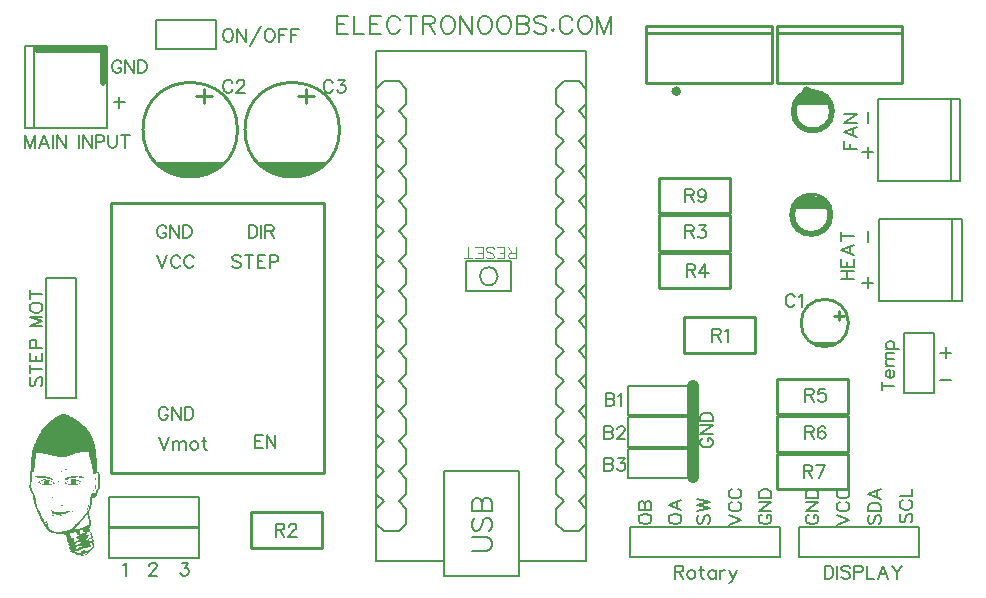
<source format=gto>
G04 Layer: TopSilkscreenLayer*
G04 EasyEDA v6.5.9, 2022-07-29 15:21:59*
G04 d62bb8ad4e154c8097677c42ea29ab51,674c0623d3a246009f606e19fc16e94a,10*
G04 Gerber Generator version 0.2*
G04 Scale: 100 percent, Rotated: No, Reflected: No *
G04 Dimensions in millimeters *
G04 leading zeros omitted , absolute positions ,4 integer and 5 decimal *
%FSLAX45Y45*%
%MOMM*%

%ADD10C,0.1524*%
%ADD11C,0.2000*%
%ADD12C,0.1422*%
%ADD13C,0.0813*%
%ADD14C,0.5000*%
%ADD15C,1.0000*%
%ADD16C,0.2540*%
%ADD17C,0.2032*%
%ADD18C,0.2030*%
%ADD19C,0.1270*%
%ADD20C,0.4000*%
%ADD21C,0.0132*%

%LPD*%
G36*
X401167Y-3475990D02*
G01*
X397103Y-3476142D01*
X392633Y-3476853D01*
X381000Y-3479800D01*
X373888Y-3482187D01*
X364642Y-3485896D01*
X354584Y-3490366D01*
X344830Y-3495090D01*
X335381Y-3500120D01*
X326085Y-3505504D01*
X316941Y-3511296D01*
X307949Y-3517493D01*
X299059Y-3524046D01*
X290372Y-3530955D01*
X281838Y-3538220D01*
X273405Y-3545789D01*
X265226Y-3553764D01*
X257149Y-3562045D01*
X249275Y-3570681D01*
X241554Y-3579672D01*
X234035Y-3588969D01*
X226720Y-3598570D01*
X219557Y-3608476D01*
X212598Y-3618737D01*
X205841Y-3629253D01*
X199288Y-3640074D01*
X192887Y-3651199D01*
X186740Y-3662578D01*
X180797Y-3674262D01*
X172313Y-3692296D01*
X164287Y-3710940D01*
X159258Y-3723690D01*
X154432Y-3736695D01*
X149809Y-3749903D01*
X145491Y-3763416D01*
X141376Y-3777132D01*
X137515Y-3791051D01*
X134010Y-3804920D01*
X131368Y-3817112D01*
X129489Y-3828796D01*
X128168Y-3841292D01*
X127254Y-3855720D01*
X126593Y-3873296D01*
X126288Y-3892346D01*
X126441Y-3909822D01*
X127050Y-3923842D01*
X127508Y-3928922D01*
X129387Y-3939336D01*
X129336Y-3944010D01*
X127558Y-3947617D01*
X121513Y-3953662D01*
X119735Y-3956050D01*
X118516Y-3959199D01*
X117652Y-3963670D01*
X117144Y-3970070D01*
X116890Y-3991101D01*
X117043Y-4013758D01*
X116890Y-4027525D01*
X115874Y-4053230D01*
X115163Y-4063898D01*
X114249Y-4072128D01*
X112014Y-4085996D01*
X111709Y-4090365D01*
X111795Y-4093819D01*
X128270Y-4093819D01*
X130251Y-4018330D01*
X131318Y-3990746D01*
X132334Y-3972356D01*
X132842Y-3967175D01*
X133248Y-3964940D01*
X134416Y-3963974D01*
X136245Y-3963415D01*
X138531Y-3963365D01*
X144526Y-3964330D01*
X145542Y-3964178D01*
X147370Y-3963009D01*
X148996Y-3960317D01*
X150520Y-3955745D01*
X151993Y-3948785D01*
X153517Y-3939032D01*
X155194Y-3926027D01*
X159156Y-3888587D01*
X164592Y-3833063D01*
X165557Y-3825392D01*
X166725Y-3818331D01*
X167995Y-3812641D01*
X169265Y-3809034D01*
X170637Y-3807307D01*
X172770Y-3805936D01*
X175615Y-3804869D01*
X179171Y-3804158D01*
X183337Y-3803751D01*
X188163Y-3803700D01*
X193548Y-3803954D01*
X199440Y-3804513D01*
X205892Y-3805428D01*
X220065Y-3808272D01*
X240639Y-3813251D01*
X263245Y-3818128D01*
X287375Y-3822903D01*
X366674Y-3837381D01*
X377494Y-3838854D01*
X388010Y-3839616D01*
X398424Y-3839616D01*
X408940Y-3838854D01*
X419862Y-3837279D01*
X431495Y-3834841D01*
X443992Y-3831488D01*
X457657Y-3827272D01*
X472744Y-3822039D01*
X489051Y-3816045D01*
X503885Y-3810914D01*
X517042Y-3806799D01*
X529183Y-3803650D01*
X540816Y-3801313D01*
X552551Y-3799636D01*
X564946Y-3798570D01*
X586079Y-3797808D01*
X599186Y-3797808D01*
X607009Y-3798468D01*
X611073Y-3800043D01*
X612749Y-3802837D01*
X617880Y-3823208D01*
X632968Y-3886758D01*
X639775Y-3916781D01*
X648563Y-3958793D01*
X652373Y-3974693D01*
X656386Y-3983583D01*
X661670Y-3988155D01*
X667664Y-3988206D01*
X673658Y-3983431D01*
X676503Y-3980484D01*
X679297Y-3978706D01*
X682193Y-3978097D01*
X685241Y-3978503D01*
X687070Y-3979316D01*
X688543Y-3980687D01*
X689711Y-3982974D01*
X690575Y-3986479D01*
X691286Y-3991559D01*
X692454Y-4007865D01*
X694283Y-4051909D01*
X694588Y-4067352D01*
X694334Y-4079443D01*
X693420Y-4089196D01*
X691794Y-4097832D01*
X689254Y-4106418D01*
X685800Y-4116070D01*
X678027Y-4135678D01*
X674014Y-4143908D01*
X671220Y-4147159D01*
X668985Y-4146346D01*
X667258Y-4144568D01*
X665022Y-4142790D01*
X662686Y-4141317D01*
X660450Y-4140301D01*
X655116Y-4140403D01*
X649224Y-4143095D01*
X644398Y-4147261D01*
X642416Y-4151833D01*
X642010Y-4153560D01*
X640842Y-4155186D01*
X639064Y-4156506D01*
X635355Y-4158132D01*
X634034Y-4159656D01*
X632815Y-4162247D01*
X631799Y-4166158D01*
X630783Y-4171645D01*
X628751Y-4188561D01*
X626567Y-4211320D01*
X624484Y-4229912D01*
X622300Y-4245203D01*
X619760Y-4257903D01*
X618337Y-4263542D01*
X614832Y-4273804D01*
X612800Y-4278630D01*
X607974Y-4288129D01*
X601878Y-4297984D01*
X596188Y-4306468D01*
X583285Y-4323486D01*
X565861Y-4345228D01*
X541629Y-4374184D01*
X523595Y-4394911D01*
X515924Y-4403394D01*
X509574Y-4410049D01*
X504951Y-4414570D01*
X501446Y-4417466D01*
X499719Y-4417263D01*
X499313Y-4412996D01*
X500938Y-4387392D01*
X494944Y-4413554D01*
X493522Y-4418533D01*
X491947Y-4422749D01*
X490118Y-4426458D01*
X487832Y-4429810D01*
X485038Y-4433163D01*
X481533Y-4436719D01*
X473506Y-4443730D01*
X469442Y-4446676D01*
X464972Y-4449521D01*
X460197Y-4452213D01*
X449630Y-4457293D01*
X436072Y-4462424D01*
X474472Y-4462424D01*
X475132Y-4461154D01*
X477723Y-4458614D01*
X491794Y-4447438D01*
X497840Y-4441901D01*
X505104Y-4434840D01*
X522376Y-4417060D01*
X541731Y-4396181D01*
X565912Y-4368800D01*
X582980Y-4348378D01*
X602894Y-4323689D01*
X604469Y-4322064D01*
X606653Y-4330090D01*
X611225Y-4348988D01*
X616153Y-4371848D01*
X617880Y-4381601D01*
X619099Y-4390034D01*
X619810Y-4397146D01*
X619963Y-4402785D01*
X619607Y-4406900D01*
X618693Y-4409440D01*
X616458Y-4411472D01*
X612190Y-4414367D01*
X606399Y-4417771D01*
X599846Y-4421276D01*
X590753Y-4425391D01*
X578154Y-4430420D01*
X546557Y-4441799D01*
X521258Y-4450181D01*
X505612Y-4455058D01*
X492099Y-4458970D01*
X478129Y-4462373D01*
X475640Y-4462627D01*
X474472Y-4462424D01*
X436072Y-4462424D01*
X422434Y-4466488D01*
X535990Y-4466488D01*
X537057Y-4464354D01*
X539750Y-4462424D01*
X544271Y-4460544D01*
X553364Y-4457801D01*
X558850Y-4457852D01*
X561949Y-4461052D01*
X563778Y-4467910D01*
X566064Y-4475226D01*
X569976Y-4478274D01*
X576732Y-4477207D01*
X587502Y-4472330D01*
X594664Y-4468418D01*
X598170Y-4464964D01*
X598932Y-4460087D01*
X597103Y-4445152D01*
X597103Y-4441037D01*
X598017Y-4439158D01*
X599846Y-4439158D01*
X601624Y-4440478D01*
X603554Y-4443018D01*
X605282Y-4446422D01*
X608126Y-4454144D01*
X609955Y-4457293D01*
X611936Y-4459376D01*
X613867Y-4460189D01*
X614019Y-4460595D01*
X609854Y-4463491D01*
X600760Y-4468723D01*
X587908Y-4475632D01*
X546150Y-4496866D01*
X541223Y-4499102D01*
X538683Y-4500016D01*
X538073Y-4499660D01*
X538835Y-4498390D01*
X540512Y-4496358D01*
X542645Y-4492650D01*
X542848Y-4487875D01*
X540867Y-4480560D01*
X536448Y-4469079D01*
X535990Y-4466488D01*
X422434Y-4466488D01*
X411581Y-4469130D01*
X397306Y-4471822D01*
X382473Y-4473803D01*
X374904Y-4474565D01*
X359511Y-4475429D01*
X344576Y-4475530D01*
X333095Y-4474819D01*
X328320Y-4474006D01*
X323748Y-4472889D01*
X319125Y-4471314D01*
X314198Y-4469333D01*
X302158Y-4463491D01*
X296468Y-4460392D01*
X291541Y-4457242D01*
X287223Y-4453940D01*
X283514Y-4450283D01*
X280162Y-4446168D01*
X277114Y-4441291D01*
X274269Y-4435652D01*
X271475Y-4428998D01*
X265582Y-4411980D01*
X258724Y-4390136D01*
X256590Y-4384649D01*
X255473Y-4384446D01*
X255168Y-4388967D01*
X255574Y-4394504D01*
X256844Y-4401616D01*
X258673Y-4409338D01*
X260908Y-4416806D01*
X266700Y-4433874D01*
X258267Y-4423054D01*
X255066Y-4417872D01*
X245414Y-4400194D01*
X232664Y-4375454D01*
X218338Y-4346752D01*
X200507Y-4309872D01*
X188163Y-4283405D01*
X179222Y-4262932D01*
X175514Y-4253280D01*
X172262Y-4243425D01*
X169418Y-4233062D01*
X166878Y-4221683D01*
X164541Y-4208932D01*
X159105Y-4174642D01*
X156210Y-4160418D01*
X154787Y-4155135D01*
X153416Y-4151020D01*
X151942Y-4147972D01*
X150469Y-4145838D01*
X146253Y-4140606D01*
X142189Y-4134358D01*
X138430Y-4127449D01*
X135026Y-4120184D01*
X132181Y-4112869D01*
X130048Y-4105859D01*
X128676Y-4099407D01*
X128270Y-4093819D01*
X111795Y-4093819D01*
X112318Y-4098493D01*
X113233Y-4102862D01*
X116585Y-4113885D01*
X119887Y-4122724D01*
X124206Y-4132326D01*
X128981Y-4141520D01*
X138582Y-4157268D01*
X141833Y-4164279D01*
X143611Y-4170984D01*
X144170Y-4177944D01*
X144424Y-4186478D01*
X145135Y-4195216D01*
X146456Y-4204360D01*
X148285Y-4213910D01*
X150723Y-4223969D01*
X153822Y-4234688D01*
X157530Y-4246118D01*
X162001Y-4258360D01*
X167132Y-4271518D01*
X173075Y-4285691D01*
X179781Y-4300931D01*
X195783Y-4335068D01*
X213817Y-4371695D01*
X221894Y-4387443D01*
X229463Y-4401566D01*
X236575Y-4414113D01*
X243332Y-4425289D01*
X249783Y-4435144D01*
X256133Y-4443831D01*
X262382Y-4451502D01*
X268630Y-4458258D01*
X275031Y-4464202D01*
X281584Y-4469485D01*
X288493Y-4474210D01*
X295808Y-4478528D01*
X303580Y-4482541D01*
X308102Y-4484573D01*
X312470Y-4486148D01*
X317093Y-4487367D01*
X322427Y-4488281D01*
X328777Y-4488891D01*
X346354Y-4489450D01*
X369976Y-4489602D01*
X386740Y-4490059D01*
X392480Y-4490567D01*
X396849Y-4491278D01*
X400202Y-4492244D01*
X402691Y-4493463D01*
X406341Y-4496206D01*
X430225Y-4496206D01*
X430580Y-4494530D01*
X431647Y-4494377D01*
X433425Y-4495596D01*
X435914Y-4498340D01*
X437540Y-4501235D01*
X439572Y-4506163D01*
X441655Y-4512411D01*
X446024Y-4527550D01*
X448208Y-4532528D01*
X450646Y-4534814D01*
X453694Y-4535017D01*
X459333Y-4533239D01*
X461619Y-4529582D01*
X460806Y-4522571D01*
X454609Y-4503064D01*
X452983Y-4496460D01*
X452323Y-4491583D01*
X452729Y-4489145D01*
X455777Y-4487672D01*
X462280Y-4485487D01*
X471271Y-4482846D01*
X508660Y-4473498D01*
X514248Y-4490059D01*
X517499Y-4498848D01*
X519988Y-4503420D01*
X522579Y-4504588D01*
X530860Y-4501337D01*
X532638Y-4501134D01*
X533704Y-4501438D01*
X533095Y-4502708D01*
X530199Y-4505096D01*
X525576Y-4508195D01*
X509727Y-4517796D01*
X574751Y-4517847D01*
X575614Y-4516729D01*
X581355Y-4512411D01*
X589584Y-4506874D01*
X592632Y-4504080D01*
X594360Y-4501692D01*
X594512Y-4500016D01*
X594106Y-4498543D01*
X594258Y-4496663D01*
X594969Y-4494682D01*
X597509Y-4490720D01*
X598424Y-4488332D01*
X598881Y-4485843D01*
X598779Y-4483658D01*
X599135Y-4481271D01*
X600760Y-4478528D01*
X603504Y-4475683D01*
X607060Y-4473041D01*
X612038Y-4470146D01*
X614934Y-4469079D01*
X616407Y-4469841D01*
X617169Y-4472381D01*
X618083Y-4474565D01*
X619810Y-4476800D01*
X622147Y-4478832D01*
X628345Y-4482541D01*
X630326Y-4485538D01*
X631088Y-4490313D01*
X631088Y-4491278D01*
X611835Y-4498695D01*
X605790Y-4501489D01*
X600354Y-4504283D01*
X588518Y-4511700D01*
X581609Y-4515561D01*
X576681Y-4517796D01*
X509669Y-4517847D01*
X504951Y-4522012D01*
X505104Y-4524400D01*
X512572Y-4525568D01*
X514553Y-4526584D01*
X515823Y-4528058D01*
X517296Y-4532934D01*
X519887Y-4534255D01*
X523798Y-4533798D01*
X530656Y-4530496D01*
X532485Y-4530293D01*
X534009Y-4530852D01*
X536702Y-4533646D01*
X538683Y-4534103D01*
X541477Y-4533595D01*
X548386Y-4530801D01*
X550926Y-4529988D01*
X552602Y-4529734D01*
X553212Y-4530039D01*
X552043Y-4531156D01*
X543458Y-4535982D01*
X524687Y-4545330D01*
X585063Y-4545330D01*
X585266Y-4544212D01*
X586638Y-4542840D01*
X589076Y-4541215D01*
X592277Y-4539437D01*
X599998Y-4535728D01*
X602488Y-4533544D01*
X603554Y-4531055D01*
X602945Y-4525772D01*
X603199Y-4523841D01*
X603961Y-4522571D01*
X606501Y-4521708D01*
X607568Y-4520641D01*
X608330Y-4519015D01*
X608584Y-4517034D01*
X609498Y-4514240D01*
X611987Y-4510379D01*
X615645Y-4505960D01*
X620115Y-4501489D01*
X631037Y-4491583D01*
X630885Y-4504537D01*
X631444Y-4509312D01*
X632764Y-4512360D01*
X634796Y-4513986D01*
X638251Y-4516272D01*
X639216Y-4518964D01*
X637692Y-4521200D01*
X630478Y-4522876D01*
X625500Y-4524908D01*
X619506Y-4527956D01*
X607263Y-4535373D01*
X596544Y-4541367D01*
X588670Y-4544872D01*
X586232Y-4545533D01*
X585063Y-4545330D01*
X524687Y-4545330D01*
X513029Y-4550867D01*
X497433Y-4557877D01*
X485800Y-4562652D01*
X482498Y-4563668D01*
X478231Y-4564380D01*
X477875Y-4564126D01*
X480669Y-4562195D01*
X482650Y-4559858D01*
X484530Y-4556861D01*
X486105Y-4553508D01*
X488340Y-4545685D01*
X489915Y-4536287D01*
X490474Y-4528464D01*
X489610Y-4525213D01*
X483412Y-4527499D01*
X462788Y-4535982D01*
X456133Y-4538421D01*
X450900Y-4540097D01*
X447903Y-4540707D01*
X445719Y-4538878D01*
X442772Y-4533900D01*
X439369Y-4526534D01*
X435914Y-4517491D01*
X431647Y-4503928D01*
X430580Y-4499305D01*
X430225Y-4496206D01*
X406341Y-4496206D01*
X407568Y-4497120D01*
X410768Y-4498848D01*
X414020Y-4500016D01*
X416915Y-4500422D01*
X420166Y-4501286D01*
X422960Y-4504232D01*
X425653Y-4509973D01*
X428701Y-4519117D01*
X431190Y-4528210D01*
X432358Y-4534560D01*
X432155Y-4538776D01*
X430733Y-4541418D01*
X427786Y-4545685D01*
X427482Y-4549800D01*
X429768Y-4553508D01*
X440131Y-4560519D01*
X442432Y-4564278D01*
X462026Y-4564278D01*
X462076Y-4563262D01*
X462635Y-4562602D01*
X463702Y-4562398D01*
X465023Y-4562602D01*
X466394Y-4563262D01*
X467664Y-4564278D01*
X468680Y-4565446D01*
X469138Y-4566666D01*
X469087Y-4567682D01*
X468528Y-4568342D01*
X467461Y-4568545D01*
X466140Y-4568342D01*
X464769Y-4567682D01*
X463499Y-4566666D01*
X462483Y-4565446D01*
X462026Y-4564278D01*
X442432Y-4564278D01*
X443179Y-4565497D01*
X443484Y-4570628D01*
X440639Y-4575048D01*
X437337Y-4578654D01*
X436727Y-4581804D01*
X438912Y-4584750D01*
X446040Y-4589018D01*
X494334Y-4589018D01*
X495401Y-4585868D01*
X498297Y-4581652D01*
X505459Y-4574235D01*
X507898Y-4570933D01*
X509574Y-4567783D01*
X510895Y-4562043D01*
X513232Y-4559604D01*
X517296Y-4557826D01*
X523240Y-4556556D01*
X524154Y-4556658D01*
X524865Y-4557318D01*
X525373Y-4558334D01*
X525576Y-4559604D01*
X526237Y-4560976D01*
X528269Y-4561687D01*
X531672Y-4561687D01*
X541375Y-4560417D01*
X544880Y-4560773D01*
X546811Y-4561941D01*
X546888Y-4562297D01*
X556920Y-4562297D01*
X559460Y-4559858D01*
X567080Y-4554575D01*
X575411Y-4549292D01*
X580136Y-4546904D01*
X580694Y-4547260D01*
X580898Y-4548124D01*
X577545Y-4551070D01*
X569925Y-4555896D01*
X561797Y-4560366D01*
X556920Y-4562297D01*
X546888Y-4562297D01*
X547217Y-4563821D01*
X546150Y-4566208D01*
X543560Y-4569002D01*
X539496Y-4572101D01*
X534009Y-4575403D01*
X524306Y-4579975D01*
X587044Y-4580026D01*
X588111Y-4578756D01*
X595325Y-4573270D01*
X605739Y-4566158D01*
X609701Y-4562652D01*
X612190Y-4559604D01*
X612698Y-4557471D01*
X612394Y-4555845D01*
X612648Y-4554220D01*
X613359Y-4552746D01*
X615797Y-4550460D01*
X616864Y-4548682D01*
X617575Y-4546549D01*
X617829Y-4544314D01*
X618490Y-4541875D01*
X620318Y-4539081D01*
X623011Y-4536287D01*
X626262Y-4533849D01*
X631037Y-4531106D01*
X633831Y-4530293D01*
X635508Y-4531360D01*
X638098Y-4536897D01*
X639876Y-4539335D01*
X641959Y-4541469D01*
X644093Y-4543044D01*
X645617Y-4545076D01*
X643483Y-4548022D01*
X636879Y-4552543D01*
X598576Y-4574336D01*
X591312Y-4578756D01*
X589076Y-4579874D01*
X587603Y-4580331D01*
X587044Y-4580026D01*
X524187Y-4580026D01*
X512673Y-4584750D01*
X502107Y-4588510D01*
X498144Y-4589729D01*
X495554Y-4590186D01*
X494334Y-4589018D01*
X446040Y-4589018D01*
X449783Y-4591405D01*
X452983Y-4595825D01*
X453288Y-4600041D01*
X450342Y-4603394D01*
X446582Y-4606899D01*
X445871Y-4610963D01*
X448056Y-4614926D01*
X452902Y-4617974D01*
X505714Y-4617974D01*
X506272Y-4614875D01*
X507187Y-4612335D01*
X508558Y-4609693D01*
X510285Y-4607306D01*
X513689Y-4603648D01*
X515061Y-4601362D01*
X515975Y-4598873D01*
X516890Y-4594199D01*
X518363Y-4591761D01*
X520547Y-4589576D01*
X523240Y-4587849D01*
X529082Y-4585258D01*
X532587Y-4584496D01*
X534314Y-4585665D01*
X535127Y-4591862D01*
X536549Y-4593082D01*
X539546Y-4592421D01*
X547725Y-4588510D01*
X550062Y-4588103D01*
X551840Y-4588662D01*
X554685Y-4591862D01*
X556463Y-4592421D01*
X558952Y-4591913D01*
X565048Y-4588967D01*
X567486Y-4588052D01*
X569315Y-4587646D01*
X570331Y-4587849D01*
X569925Y-4588662D01*
X567994Y-4590186D01*
X560527Y-4594809D01*
X549859Y-4600752D01*
X537819Y-4607001D01*
X526288Y-4612487D01*
X517093Y-4616297D01*
X510285Y-4618583D01*
X506780Y-4619193D01*
X505714Y-4617974D01*
X452983Y-4618024D01*
X459130Y-4621174D01*
X462483Y-4624679D01*
X462788Y-4628083D01*
X459841Y-4631080D01*
X456285Y-4633823D01*
X454609Y-4636820D01*
X454710Y-4639868D01*
X455365Y-4640986D01*
X499872Y-4640986D01*
X500176Y-4640173D01*
X507492Y-4639411D01*
X513232Y-4638141D01*
X519531Y-4636312D01*
X526084Y-4633976D01*
X532485Y-4631283D01*
X538378Y-4628438D01*
X543356Y-4625543D01*
X551230Y-4619701D01*
X556818Y-4616450D01*
X563118Y-4613402D01*
X569366Y-4610963D01*
X577189Y-4608525D01*
X581609Y-4607661D01*
X583539Y-4608474D01*
X584301Y-4612894D01*
X585317Y-4614011D01*
X586994Y-4614214D01*
X592632Y-4612538D01*
X621995Y-4605731D01*
X630326Y-4602429D01*
X634288Y-4598974D01*
X633679Y-4595469D01*
X630123Y-4588205D01*
X628243Y-4578858D01*
X628243Y-4570171D01*
X630478Y-4565192D01*
X636168Y-4562500D01*
X639826Y-4563313D01*
X641807Y-4567885D01*
X642670Y-4582210D01*
X643280Y-4586274D01*
X644245Y-4588510D01*
X645515Y-4588713D01*
X646684Y-4587443D01*
X647700Y-4585512D01*
X648360Y-4583125D01*
X648817Y-4578350D01*
X649478Y-4576775D01*
X650443Y-4576064D01*
X651662Y-4576318D01*
X654354Y-4579772D01*
X653745Y-4585411D01*
X649732Y-4593793D01*
X642010Y-4605629D01*
X638149Y-4611014D01*
X634695Y-4615383D01*
X631494Y-4618939D01*
X628243Y-4621834D01*
X624789Y-4624273D01*
X620877Y-4626406D01*
X616254Y-4628489D01*
X600354Y-4634230D01*
X594309Y-4635652D01*
X590854Y-4634890D01*
X585724Y-4629251D01*
X582574Y-4628337D01*
X577189Y-4629302D01*
X568045Y-4632147D01*
X555701Y-4636363D01*
X549656Y-4639106D01*
X548335Y-4641545D01*
X551789Y-4646930D01*
X551738Y-4648657D01*
X550062Y-4650181D01*
X546658Y-4651756D01*
X535381Y-4655464D01*
X526846Y-4657039D01*
X521157Y-4656480D01*
X518312Y-4653788D01*
X516788Y-4651502D01*
X514045Y-4649012D01*
X510438Y-4646523D01*
X501904Y-4642358D01*
X499872Y-4640986D01*
X455365Y-4640986D01*
X456438Y-4642815D01*
X459638Y-4645558D01*
X464210Y-4647844D01*
X469950Y-4649571D01*
X482092Y-4651298D01*
X486918Y-4652568D01*
X490778Y-4654194D01*
X493064Y-4656023D01*
X495350Y-4658360D01*
X498652Y-4660798D01*
X502869Y-4663186D01*
X507695Y-4665522D01*
X513080Y-4667656D01*
X517042Y-4668977D01*
X557377Y-4668977D01*
X562914Y-4666284D01*
X574751Y-4661560D01*
X590346Y-4655718D01*
X598678Y-4653026D01*
X601573Y-4653127D01*
X600710Y-4655616D01*
X598474Y-4657953D01*
X594766Y-4660442D01*
X589991Y-4662932D01*
X584454Y-4665319D01*
X578561Y-4667402D01*
X572668Y-4669078D01*
X567182Y-4670145D01*
X562457Y-4670552D01*
X557479Y-4670196D01*
X557377Y-4668977D01*
X517042Y-4668977D01*
X524510Y-4671110D01*
X530148Y-4672228D01*
X546658Y-4674565D01*
X553720Y-4675378D01*
X560120Y-4675835D01*
X565912Y-4675987D01*
X571195Y-4675784D01*
X576021Y-4675225D01*
X580542Y-4674260D01*
X584809Y-4672838D01*
X588924Y-4671009D01*
X592937Y-4668723D01*
X596950Y-4665980D01*
X601065Y-4662678D01*
X609854Y-4654499D01*
X619912Y-4644085D01*
X630123Y-4632655D01*
X639622Y-4621072D01*
X647954Y-4609998D01*
X654761Y-4600041D01*
X657453Y-4595622D01*
X659536Y-4591710D01*
X661009Y-4588357D01*
X661924Y-4584700D01*
X661720Y-4581245D01*
X660349Y-4577740D01*
X654812Y-4569612D01*
X653542Y-4565904D01*
X653846Y-4561890D01*
X657352Y-4550968D01*
X657352Y-4547158D01*
X655218Y-4543806D01*
X645922Y-4535728D01*
X643839Y-4532528D01*
X643940Y-4529023D01*
X647801Y-4519320D01*
X648258Y-4516120D01*
X647293Y-4513783D01*
X644804Y-4511497D01*
X642670Y-4509008D01*
X640892Y-4505045D01*
X639572Y-4499965D01*
X637997Y-4487164D01*
X636574Y-4482439D01*
X634238Y-4479340D01*
X627278Y-4475327D01*
X625348Y-4473092D01*
X624687Y-4470095D01*
X625449Y-4462373D01*
X625094Y-4458563D01*
X624128Y-4455058D01*
X620776Y-4448860D01*
X620471Y-4445355D01*
X621792Y-4440783D01*
X626821Y-4430217D01*
X628294Y-4426000D01*
X629462Y-4421530D01*
X630224Y-4416653D01*
X630682Y-4411319D01*
X630783Y-4405477D01*
X630580Y-4399026D01*
X629056Y-4383938D01*
X626110Y-4365548D01*
X622350Y-4345432D01*
X619709Y-4329887D01*
X618388Y-4318152D01*
X618337Y-4309110D01*
X618794Y-4305350D01*
X619556Y-4301896D01*
X620623Y-4298645D01*
X625856Y-4288383D01*
X627888Y-4283964D01*
X631545Y-4273956D01*
X634746Y-4262577D01*
X637387Y-4249928D01*
X639470Y-4236262D01*
X642670Y-4200804D01*
X643636Y-4194251D01*
X644753Y-4189882D01*
X646277Y-4187240D01*
X648258Y-4186072D01*
X650849Y-4185920D01*
X657656Y-4186885D01*
X660958Y-4186732D01*
X664108Y-4185869D01*
X667156Y-4184345D01*
X670102Y-4182008D01*
X673049Y-4178909D01*
X676046Y-4174896D01*
X679043Y-4169968D01*
X682193Y-4164025D01*
X685495Y-4157116D01*
X692759Y-4139895D01*
X696518Y-4130192D01*
X702767Y-4111904D01*
X705358Y-4103420D01*
X709168Y-4087977D01*
X710438Y-4081068D01*
X711250Y-4074718D01*
X711657Y-4069029D01*
X711606Y-4064000D01*
X711098Y-4059682D01*
X709472Y-4053789D01*
X708406Y-4046016D01*
X707542Y-4035094D01*
X707085Y-4022394D01*
X706882Y-4002684D01*
X706424Y-3992168D01*
X705561Y-3983888D01*
X704138Y-3977589D01*
X702056Y-3972864D01*
X699262Y-3969410D01*
X695604Y-3966870D01*
X691032Y-3964990D01*
X680821Y-3961587D01*
X680516Y-3886454D01*
X679805Y-3856482D01*
X679145Y-3842105D01*
X677113Y-3814622D01*
X675843Y-3801465D01*
X672541Y-3776319D01*
X670560Y-3764279D01*
X668375Y-3752596D01*
X665988Y-3741267D01*
X663346Y-3730244D01*
X660501Y-3719525D01*
X657402Y-3709162D01*
X654100Y-3699103D01*
X650544Y-3689350D01*
X646785Y-3679850D01*
X641959Y-3668776D01*
X636270Y-3656939D01*
X630326Y-3645966D01*
X623874Y-3635552D01*
X616610Y-3625291D01*
X608228Y-3614775D01*
X598525Y-3603599D01*
X587197Y-3591356D01*
X576478Y-3580282D01*
X567690Y-3571697D01*
X558698Y-3563416D01*
X549554Y-3555390D01*
X540207Y-3547668D01*
X525830Y-3536696D01*
X516077Y-3529736D01*
X506120Y-3523081D01*
X496062Y-3516731D01*
X485800Y-3510737D01*
X475386Y-3504996D01*
X464870Y-3499612D01*
X454151Y-3494532D01*
X443331Y-3489756D01*
X432358Y-3485337D01*
X421284Y-3481222D01*
X409651Y-3477412D01*
X405231Y-3476447D01*
G37*
G36*
X436829Y-3943400D02*
G01*
X429463Y-3943756D01*
X419608Y-3945178D01*
X404063Y-3948379D01*
X417880Y-3948734D01*
X423621Y-3948633D01*
X429056Y-3948125D01*
X433476Y-3947210D01*
X436372Y-3946093D01*
X438251Y-3944620D01*
X438454Y-3943756D01*
G37*
G36*
X382524Y-3962349D02*
G01*
X378307Y-3962501D01*
X375869Y-3962806D01*
X375462Y-3963212D01*
X377190Y-3963771D01*
X380339Y-3964178D01*
X383692Y-3964279D01*
X386892Y-3964127D01*
X389483Y-3963720D01*
X390601Y-3963162D01*
X389636Y-3962704D01*
G37*
G36*
X509930Y-3999534D02*
G01*
X502920Y-3999687D01*
X494334Y-4000500D01*
X484022Y-4001922D01*
X473811Y-4003649D01*
X454710Y-4007662D01*
X446024Y-4009847D01*
X437997Y-4012133D01*
X424383Y-4016857D01*
X418998Y-4019245D01*
X414629Y-4021582D01*
X411378Y-4023868D01*
X409397Y-4026052D01*
X408686Y-4028084D01*
X409041Y-4030878D01*
X410260Y-4032808D01*
X412496Y-4033926D01*
X415899Y-4034180D01*
X420674Y-4033621D01*
X427024Y-4032148D01*
X457860Y-4022851D01*
X471881Y-4019397D01*
X485393Y-4016756D01*
X496671Y-4015232D01*
X507187Y-4014114D01*
X514756Y-4012641D01*
X519531Y-4010914D01*
X521665Y-4008780D01*
X522325Y-4005579D01*
X521462Y-4003090D01*
X519176Y-4001262D01*
X515315Y-4000093D01*
G37*
G36*
X195580Y-3999636D02*
G01*
X188671Y-3999687D01*
X175971Y-4000500D01*
X170332Y-4001262D01*
X164490Y-4002582D01*
X160731Y-4004208D01*
X158648Y-4006342D01*
X158038Y-4009136D01*
X158242Y-4010964D01*
X159207Y-4012336D01*
X161239Y-4013403D01*
X164846Y-4014165D01*
X170383Y-4014724D01*
X188874Y-4015384D01*
X227736Y-4016248D01*
X239674Y-4017111D01*
X249529Y-4018534D01*
X258978Y-4020769D01*
X269544Y-4024122D01*
X285343Y-4029506D01*
X293116Y-4031843D01*
X299110Y-4033367D01*
X303631Y-4033977D01*
X306832Y-4033774D01*
X308864Y-4032707D01*
X309930Y-4030776D01*
X310286Y-4028033D01*
X309778Y-4026103D01*
X308305Y-4024122D01*
X306019Y-4022140D01*
X302869Y-4020159D01*
X299008Y-4018229D01*
X294436Y-4016298D01*
X283514Y-4012590D01*
X277317Y-4010812D01*
X263652Y-4007561D01*
X248869Y-4004767D01*
X233476Y-4002430D01*
X217932Y-4000754D01*
X202844Y-3999839D01*
G37*
G36*
X535228Y-4001973D02*
G01*
X530148Y-4003700D01*
X528624Y-4007713D01*
X529590Y-4012133D01*
X533450Y-4015079D01*
X541731Y-4017162D01*
X556107Y-4019092D01*
X566369Y-4020108D01*
X571957Y-4019956D01*
X574294Y-4018330D01*
X574751Y-4014876D01*
X574090Y-4011574D01*
X571703Y-4009136D01*
X566928Y-4007104D01*
X559257Y-4005173D01*
X544677Y-4002481D01*
G37*
G36*
X676656Y-4014215D02*
G01*
X675182Y-4015181D01*
X673201Y-4017873D01*
X671068Y-4021836D01*
X668883Y-4026662D01*
X666546Y-4033418D01*
X664972Y-4039870D01*
X664108Y-4045915D01*
X663956Y-4051452D01*
X664565Y-4056430D01*
X665886Y-4060647D01*
X667918Y-4064050D01*
X670712Y-4066489D01*
X673963Y-4068826D01*
X675386Y-4070604D01*
X675030Y-4072280D01*
X672998Y-4074210D01*
X671068Y-4076852D01*
X669696Y-4081272D01*
X668832Y-4087469D01*
X668578Y-4095394D01*
X668782Y-4101998D01*
X669391Y-4106621D01*
X670204Y-4109313D01*
X671220Y-4110075D01*
X672236Y-4108907D01*
X673252Y-4105859D01*
X674116Y-4100982D01*
X675182Y-4088536D01*
X675944Y-4082999D01*
X676910Y-4078274D01*
X678688Y-4071823D01*
X678230Y-4069029D01*
X676503Y-4066286D01*
X670763Y-4060596D01*
X668934Y-4057446D01*
X667867Y-4053738D01*
X667562Y-4049522D01*
X668070Y-4044594D01*
X669391Y-4039057D01*
X671474Y-4032808D01*
X676097Y-4021328D01*
X677113Y-4017619D01*
X677316Y-4015130D01*
G37*
G36*
X481177Y-4026915D02*
G01*
X473659Y-4028287D01*
X460197Y-4031132D01*
X453288Y-4033164D01*
X445262Y-4036364D01*
X436727Y-4040378D01*
X428294Y-4044797D01*
X420674Y-4049369D01*
X414426Y-4053636D01*
X410209Y-4057294D01*
X409535Y-4058462D01*
X421792Y-4058462D01*
X422605Y-4056075D01*
X425856Y-4052874D01*
X430936Y-4049166D01*
X437184Y-4045356D01*
X443992Y-4041800D01*
X450748Y-4038752D01*
X456844Y-4036720D01*
X461568Y-4035907D01*
X466242Y-4036110D01*
X468274Y-4037228D01*
X467980Y-4040022D01*
X502056Y-4040022D01*
X504393Y-4039108D01*
X511200Y-4040987D01*
X522681Y-4045559D01*
X528574Y-4048302D01*
X533400Y-4050944D01*
X536651Y-4053128D01*
X537870Y-4054601D01*
X534974Y-4058056D01*
X528015Y-4062984D01*
X519277Y-4067911D01*
X511200Y-4071264D01*
X507593Y-4072077D01*
X505815Y-4071112D01*
X505510Y-4067657D01*
X506679Y-4055262D01*
X506425Y-4050436D01*
X505561Y-4046474D01*
X502056Y-4040022D01*
X467969Y-4040124D01*
X464058Y-4050792D01*
X463296Y-4055364D01*
X463550Y-4059834D01*
X465835Y-4068064D01*
X466445Y-4071213D01*
X466648Y-4073651D01*
X466242Y-4074972D01*
X463702Y-4075125D01*
X458419Y-4074007D01*
X451408Y-4071924D01*
X443585Y-4069181D01*
X435762Y-4066133D01*
X428955Y-4063085D01*
X423976Y-4060444D01*
X421792Y-4058462D01*
X409535Y-4058462D01*
X408686Y-4059936D01*
X409600Y-4061155D01*
X412089Y-4062780D01*
X415747Y-4064558D01*
X420217Y-4066336D01*
X434848Y-4071315D01*
X446785Y-4074871D01*
X457149Y-4077157D01*
X466953Y-4078376D01*
X477266Y-4078681D01*
X489153Y-4078325D01*
X499008Y-4077614D01*
X507492Y-4076547D01*
X514908Y-4074922D01*
X521462Y-4072788D01*
X527354Y-4069943D01*
X532841Y-4066336D01*
X538175Y-4061866D01*
X543610Y-4056430D01*
X550824Y-4048709D01*
X535736Y-4041038D01*
X529996Y-4038447D01*
X522985Y-4035856D01*
X515162Y-4033367D01*
X507034Y-4031132D01*
X499059Y-4029201D01*
X491794Y-4027779D01*
X485648Y-4027017D01*
G37*
G36*
X242773Y-4030624D02*
G01*
X236220Y-4030776D01*
X229819Y-4031335D01*
X223672Y-4032300D01*
X217779Y-4033723D01*
X212699Y-4035450D01*
X207213Y-4037787D01*
X201574Y-4040530D01*
X196240Y-4043476D01*
X191465Y-4046423D01*
X187655Y-4049166D01*
X185064Y-4051503D01*
X184150Y-4053281D01*
X184538Y-4053586D01*
X191820Y-4053586D01*
X206959Y-4047236D01*
X218338Y-4043222D01*
X230581Y-4039412D01*
X240436Y-4036771D01*
X243433Y-4036161D01*
X243941Y-4036669D01*
X243636Y-4038295D01*
X242519Y-4040682D01*
X238607Y-4047794D01*
X237337Y-4052214D01*
X236931Y-4056938D01*
X237337Y-4062069D01*
X239064Y-4072636D01*
X222402Y-4066438D01*
X209804Y-4061358D01*
X191820Y-4053586D01*
X184538Y-4053586D01*
X186029Y-4054754D01*
X191160Y-4057700D01*
X207975Y-4066235D01*
X222097Y-4072686D01*
X226890Y-4074414D01*
X276656Y-4074414D01*
X277520Y-4071162D01*
X280009Y-4065473D01*
X281533Y-4061358D01*
X282041Y-4057599D01*
X281533Y-4053890D01*
X278231Y-4044289D01*
X280162Y-4042562D01*
X286867Y-4044594D01*
X299415Y-4050487D01*
X306019Y-4053890D01*
X311404Y-4057040D01*
X315061Y-4059580D01*
X316433Y-4061104D01*
X315061Y-4062374D01*
X311404Y-4064406D01*
X299974Y-4069486D01*
X287477Y-4074109D01*
X282549Y-4075582D01*
X279400Y-4076141D01*
X277266Y-4075836D01*
X276656Y-4074414D01*
X226890Y-4074414D01*
X233222Y-4076090D01*
X239115Y-4076954D01*
X246125Y-4077462D01*
X265684Y-4077715D01*
X283819Y-4077462D01*
X290372Y-4077106D01*
X295605Y-4076496D01*
X299923Y-4075633D01*
X303631Y-4074414D01*
X307035Y-4072839D01*
X315010Y-4068216D01*
X318922Y-4066438D01*
X321868Y-4065524D01*
X324002Y-4065879D01*
X324205Y-4065168D01*
X324104Y-4063593D01*
X323646Y-4061358D01*
X321411Y-4058005D01*
X316382Y-4053941D01*
X308660Y-4049268D01*
X298450Y-4044086D01*
X291490Y-4041038D01*
X284480Y-4038346D01*
X277418Y-4036060D01*
X270357Y-4034180D01*
X263347Y-4032656D01*
X256387Y-4031589D01*
X249529Y-4030878D01*
G37*
G36*
X357530Y-4042664D02*
G01*
X357022Y-4043375D01*
X356666Y-4044848D01*
X356616Y-4046982D01*
X356870Y-4049166D01*
X357276Y-4050233D01*
X357835Y-4050131D01*
X358495Y-4048861D01*
X358952Y-4047134D01*
X359105Y-4045458D01*
X358851Y-4043984D01*
X358241Y-4042918D01*
G37*
G36*
X659231Y-4096156D02*
G01*
X658774Y-4096613D01*
X658418Y-4098239D01*
X658418Y-4103624D01*
X658774Y-4105249D01*
X659231Y-4105706D01*
X659841Y-4104792D01*
X660349Y-4103014D01*
X660501Y-4100931D01*
X660349Y-4098848D01*
X659841Y-4097070D01*
G37*
G36*
X668578Y-4115054D02*
G01*
X655929Y-4125925D01*
X653338Y-4127398D01*
X652018Y-4127042D01*
X651408Y-4122775D01*
X650748Y-4120794D01*
X649782Y-4119118D01*
X648563Y-4117949D01*
X647395Y-4117543D01*
X646430Y-4117797D01*
X645769Y-4118660D01*
X645566Y-4120083D01*
X645820Y-4122064D01*
X646430Y-4124350D01*
X648512Y-4128820D01*
X650341Y-4130801D01*
X652526Y-4130852D01*
X655574Y-4128770D01*
X660044Y-4124248D01*
G37*
G36*
X352094Y-4141012D02*
G01*
X351891Y-4141419D01*
X351586Y-4146702D01*
X351434Y-4157319D01*
X351891Y-4186631D01*
X352094Y-4186732D01*
X352501Y-4182110D01*
X352856Y-4173169D01*
X352856Y-4153357D01*
X352298Y-4142130D01*
G37*
G36*
X309118Y-4175506D02*
G01*
X307035Y-4177182D01*
X302666Y-4183278D01*
X300736Y-4186478D01*
X299364Y-4189272D01*
X298602Y-4191355D01*
X298653Y-4192473D01*
X299516Y-4192219D01*
X301040Y-4190593D01*
X303022Y-4187951D01*
X305206Y-4184446D01*
X308610Y-4177944D01*
G37*
G36*
X306171Y-4229354D02*
G01*
X305511Y-4229912D01*
X307340Y-4231995D01*
X315620Y-4238752D01*
X319125Y-4241139D01*
X322021Y-4242765D01*
X323799Y-4243374D01*
X324612Y-4241546D01*
X321005Y-4237329D01*
X315163Y-4232757D01*
X309270Y-4229912D01*
G37*
G36*
X613511Y-4240682D02*
G01*
X612648Y-4240784D01*
X611479Y-4244238D01*
X608076Y-4258106D01*
X605891Y-4265574D01*
X603504Y-4272686D01*
X599389Y-4282998D01*
X598424Y-4286351D01*
X598271Y-4288332D01*
X599033Y-4288536D01*
X601116Y-4286046D01*
X603605Y-4281424D01*
X606247Y-4275226D01*
X608787Y-4268165D01*
X611073Y-4260799D01*
X612902Y-4253839D01*
X613968Y-4247896D01*
X614121Y-4243628D01*
G37*
G36*
X403910Y-4243628D02*
G01*
X398576Y-4243882D01*
X393293Y-4244797D01*
X388721Y-4246168D01*
X385419Y-4247946D01*
X382320Y-4250486D01*
X381660Y-4251807D01*
X383692Y-4252366D01*
X388670Y-4252468D01*
X392988Y-4252112D01*
X397916Y-4251147D01*
X402844Y-4249826D01*
X407162Y-4248150D01*
X416356Y-4243882D01*
G37*
G36*
X359460Y-4253534D02*
G01*
X354634Y-4253636D01*
X351739Y-4253941D01*
X350977Y-4254347D01*
X352552Y-4254855D01*
X355803Y-4255262D01*
X359460Y-4255414D01*
X363169Y-4255262D01*
X366369Y-4254855D01*
X367995Y-4254347D01*
X367233Y-4253941D01*
X364286Y-4253636D01*
G37*
G36*
X473608Y-4291584D02*
G01*
X472948Y-4292142D01*
X472592Y-4294530D01*
X472541Y-4298340D01*
X472846Y-4303268D01*
X473557Y-4309059D01*
X474319Y-4312005D01*
X475183Y-4312259D01*
X476300Y-4310024D01*
X477316Y-4304792D01*
X477113Y-4299254D01*
X475843Y-4294530D01*
G37*
G36*
X461975Y-4293920D02*
G01*
X459638Y-4294174D01*
X456488Y-4294987D01*
X449732Y-4297222D01*
X439826Y-4299254D01*
X426313Y-4301236D01*
X410667Y-4303014D01*
X394208Y-4304487D01*
X378358Y-4305554D01*
X364439Y-4306062D01*
X353872Y-4305858D01*
X350266Y-4305452D01*
X336854Y-4302912D01*
X309321Y-4296206D01*
X300329Y-4294327D01*
X297942Y-4294124D01*
X296875Y-4294327D01*
X297129Y-4295038D01*
X298704Y-4296156D01*
X300990Y-4298238D01*
X302666Y-4301286D01*
X303733Y-4305198D01*
X304088Y-4309770D01*
X304088Y-4320082D01*
X345643Y-4324858D01*
X326390Y-4329125D01*
X319582Y-4331055D01*
X307187Y-4335373D01*
X302209Y-4337608D01*
X298297Y-4339640D01*
X295757Y-4341469D01*
X294894Y-4342993D01*
X295046Y-4344111D01*
X295554Y-4344822D01*
X296316Y-4345127D01*
X297180Y-4344924D01*
X305003Y-4341164D01*
X312978Y-4337964D01*
X321564Y-4335272D01*
X331063Y-4333087D01*
X341934Y-4331258D01*
X354533Y-4329836D01*
X369316Y-4328718D01*
X386537Y-4327804D01*
X430225Y-4326585D01*
X471728Y-4325823D01*
X431292Y-4323537D01*
X419100Y-4322572D01*
X416153Y-4322064D01*
X415086Y-4321454D01*
X415645Y-4320692D01*
X426821Y-4316069D01*
X433628Y-4312869D01*
X447903Y-4305147D01*
X454253Y-4301388D01*
X459333Y-4298035D01*
X462483Y-4295546D01*
X463194Y-4294174D01*
G37*
G36*
X396951Y-4330547D02*
G01*
X378917Y-4334408D01*
X372567Y-4335983D01*
X366979Y-4337659D01*
X362712Y-4339285D01*
X360476Y-4340606D01*
X360019Y-4341571D01*
X360832Y-4342028D01*
X362712Y-4341977D01*
X369773Y-4340352D01*
X393344Y-4336389D01*
X397611Y-4335221D01*
X400202Y-4333951D01*
X400761Y-4332782D01*
X399948Y-4331766D01*
X398932Y-4331004D01*
X397916Y-4330598D01*
G37*
D10*
X2019300Y-3656584D02*
G01*
X2019300Y-3765550D01*
X2019300Y-3656584D02*
G01*
X2086863Y-3656584D01*
X2019300Y-3708400D02*
G01*
X2060956Y-3708400D01*
X2019300Y-3765550D02*
G01*
X2086863Y-3765550D01*
X2121154Y-3656584D02*
G01*
X2121154Y-3765550D01*
X2121154Y-3656584D02*
G01*
X2193797Y-3765550D01*
X2193797Y-3656584D02*
G01*
X2193797Y-3765550D01*
X1206500Y-3669284D02*
G01*
X1248155Y-3778250D01*
X1289557Y-3669284D02*
G01*
X1248155Y-3778250D01*
X1323847Y-3705605D02*
G01*
X1323847Y-3778250D01*
X1323847Y-3726434D02*
G01*
X1339595Y-3710939D01*
X1350010Y-3705605D01*
X1365504Y-3705605D01*
X1375918Y-3710939D01*
X1380997Y-3726434D01*
X1380997Y-3778250D01*
X1380997Y-3726434D02*
G01*
X1396745Y-3710939D01*
X1407160Y-3705605D01*
X1422654Y-3705605D01*
X1433068Y-3710939D01*
X1438147Y-3726434D01*
X1438147Y-3778250D01*
X1498600Y-3705605D02*
G01*
X1488186Y-3710939D01*
X1477771Y-3721100D01*
X1472437Y-3736847D01*
X1472437Y-3747262D01*
X1477771Y-3762755D01*
X1488186Y-3773170D01*
X1498600Y-3778250D01*
X1514094Y-3778250D01*
X1524507Y-3773170D01*
X1534921Y-3762755D01*
X1540002Y-3747262D01*
X1540002Y-3736847D01*
X1534921Y-3721100D01*
X1524507Y-3710939D01*
X1514094Y-3705605D01*
X1498600Y-3705605D01*
X1590039Y-3669284D02*
G01*
X1590039Y-3757676D01*
X1595120Y-3773170D01*
X1605534Y-3778250D01*
X1615947Y-3778250D01*
X1574292Y-3705605D02*
G01*
X1610613Y-3705605D01*
X1284378Y-3441291D02*
G01*
X1279298Y-3430877D01*
X1268884Y-3420463D01*
X1258470Y-3415383D01*
X1237642Y-3415383D01*
X1227228Y-3420463D01*
X1216814Y-3430877D01*
X1211734Y-3441291D01*
X1206400Y-3456785D01*
X1206400Y-3482693D01*
X1211734Y-3498441D01*
X1216814Y-3508855D01*
X1227228Y-3519269D01*
X1237642Y-3524349D01*
X1258470Y-3524349D01*
X1268884Y-3519269D01*
X1279298Y-3508855D01*
X1284378Y-3498441D01*
X1284378Y-3482693D01*
X1258470Y-3482693D02*
G01*
X1284378Y-3482693D01*
X1318668Y-3415383D02*
G01*
X1318668Y-3524349D01*
X1318668Y-3415383D02*
G01*
X1391566Y-3524349D01*
X1391566Y-3415383D02*
G01*
X1391566Y-3524349D01*
X1425856Y-3415383D02*
G01*
X1425856Y-3524349D01*
X1425856Y-3415383D02*
G01*
X1462178Y-3415383D01*
X1477672Y-3420463D01*
X1488086Y-3430877D01*
X1493166Y-3441291D01*
X1498500Y-3456785D01*
X1498500Y-3482693D01*
X1493166Y-3498441D01*
X1488086Y-3508855D01*
X1477672Y-3519269D01*
X1462178Y-3524349D01*
X1425856Y-3524349D01*
X1271678Y-1904591D02*
G01*
X1266598Y-1894177D01*
X1256184Y-1883763D01*
X1245770Y-1878683D01*
X1224942Y-1878683D01*
X1214528Y-1883763D01*
X1204114Y-1894177D01*
X1199034Y-1904591D01*
X1193700Y-1920085D01*
X1193700Y-1945993D01*
X1199034Y-1961741D01*
X1204114Y-1972155D01*
X1214528Y-1982569D01*
X1224942Y-1987649D01*
X1245770Y-1987649D01*
X1256184Y-1982569D01*
X1266598Y-1972155D01*
X1271678Y-1961741D01*
X1271678Y-1945993D01*
X1245770Y-1945993D02*
G01*
X1271678Y-1945993D01*
X1305968Y-1878683D02*
G01*
X1305968Y-1987649D01*
X1305968Y-1878683D02*
G01*
X1378866Y-1987649D01*
X1378866Y-1878683D02*
G01*
X1378866Y-1987649D01*
X1413156Y-1878683D02*
G01*
X1413156Y-1987649D01*
X1413156Y-1878683D02*
G01*
X1449478Y-1878683D01*
X1464972Y-1883763D01*
X1475386Y-1894177D01*
X1480466Y-1904591D01*
X1485800Y-1920085D01*
X1485800Y-1945993D01*
X1480466Y-1961741D01*
X1475386Y-1972155D01*
X1464972Y-1982569D01*
X1449478Y-1987649D01*
X1413156Y-1987649D01*
X1193800Y-2132584D02*
G01*
X1235455Y-2241550D01*
X1276857Y-2132584D02*
G01*
X1235455Y-2241550D01*
X1389126Y-2158492D02*
G01*
X1384045Y-2148078D01*
X1373631Y-2137663D01*
X1363218Y-2132584D01*
X1342389Y-2132584D01*
X1331976Y-2137663D01*
X1321562Y-2148078D01*
X1316481Y-2158492D01*
X1311147Y-2174239D01*
X1311147Y-2200147D01*
X1316481Y-2215642D01*
X1321562Y-2226055D01*
X1331976Y-2236470D01*
X1342389Y-2241550D01*
X1363218Y-2241550D01*
X1373631Y-2236470D01*
X1384045Y-2226055D01*
X1389126Y-2215642D01*
X1501394Y-2158492D02*
G01*
X1496060Y-2148078D01*
X1485900Y-2137663D01*
X1475486Y-2132584D01*
X1454657Y-2132584D01*
X1444244Y-2137663D01*
X1433829Y-2148078D01*
X1428750Y-2158492D01*
X1423415Y-2174239D01*
X1423415Y-2200147D01*
X1428750Y-2215642D01*
X1433829Y-2226055D01*
X1444244Y-2236470D01*
X1454657Y-2241550D01*
X1475486Y-2241550D01*
X1485900Y-2236470D01*
X1496060Y-2226055D01*
X1501394Y-2215642D01*
X1968500Y-1878584D02*
G01*
X1968500Y-1987550D01*
X1968500Y-1878584D02*
G01*
X2004822Y-1878584D01*
X2020570Y-1883663D01*
X2030729Y-1894078D01*
X2036063Y-1904492D01*
X2041143Y-1920239D01*
X2041143Y-1946147D01*
X2036063Y-1961642D01*
X2030729Y-1972055D01*
X2020570Y-1982470D01*
X2004822Y-1987550D01*
X1968500Y-1987550D01*
X2075434Y-1878584D02*
G01*
X2075434Y-1987550D01*
X2109724Y-1878584D02*
G01*
X2109724Y-1987550D01*
X2109724Y-1878584D02*
G01*
X2156459Y-1878584D01*
X2172208Y-1883663D01*
X2177288Y-1888997D01*
X2182622Y-1899412D01*
X2182622Y-1909826D01*
X2177288Y-1920239D01*
X2172208Y-1925320D01*
X2156459Y-1930400D01*
X2109724Y-1930400D01*
X2146300Y-1930400D02*
G01*
X2182622Y-1987550D01*
X1901444Y-2148078D02*
G01*
X1891029Y-2137663D01*
X1875536Y-2132584D01*
X1854707Y-2132584D01*
X1839213Y-2137663D01*
X1828800Y-2148078D01*
X1828800Y-2158492D01*
X1833879Y-2168905D01*
X1839213Y-2174239D01*
X1849628Y-2179320D01*
X1880870Y-2189734D01*
X1891029Y-2194813D01*
X1896363Y-2200147D01*
X1901444Y-2210562D01*
X1901444Y-2226055D01*
X1891029Y-2236470D01*
X1875536Y-2241550D01*
X1854707Y-2241550D01*
X1839213Y-2236470D01*
X1828800Y-2226055D01*
X1972309Y-2132584D02*
G01*
X1972309Y-2241550D01*
X1935734Y-2132584D02*
G01*
X2008631Y-2132584D01*
X2042922Y-2132584D02*
G01*
X2042922Y-2241550D01*
X2042922Y-2132584D02*
G01*
X2110486Y-2132584D01*
X2042922Y-2184400D02*
G01*
X2084324Y-2184400D01*
X2042922Y-2241550D02*
G01*
X2110486Y-2241550D01*
X2144775Y-2132584D02*
G01*
X2144775Y-2241550D01*
X2144775Y-2132584D02*
G01*
X2191511Y-2132584D01*
X2207006Y-2137663D01*
X2212340Y-2142997D01*
X2217420Y-2153412D01*
X2217420Y-2168905D01*
X2212340Y-2179320D01*
X2207006Y-2184400D01*
X2191511Y-2189734D01*
X2144775Y-2189734D01*
X128778Y-3165855D02*
G01*
X118363Y-3176270D01*
X113284Y-3191763D01*
X113284Y-3212592D01*
X118363Y-3228086D01*
X128778Y-3238500D01*
X139192Y-3238500D01*
X149605Y-3233420D01*
X154939Y-3228086D01*
X160020Y-3217671D01*
X170434Y-3186429D01*
X175513Y-3176270D01*
X180847Y-3170936D01*
X191262Y-3165855D01*
X206755Y-3165855D01*
X217170Y-3176270D01*
X222250Y-3191763D01*
X222250Y-3212592D01*
X217170Y-3228086D01*
X206755Y-3238500D01*
X113284Y-3094989D02*
G01*
X222250Y-3094989D01*
X113284Y-3131565D02*
G01*
X113284Y-3058668D01*
X113284Y-3024378D02*
G01*
X222250Y-3024378D01*
X113284Y-3024378D02*
G01*
X113284Y-2956813D01*
X165100Y-3024378D02*
G01*
X165100Y-2982976D01*
X222250Y-3024378D02*
G01*
X222250Y-2956813D01*
X113284Y-2922523D02*
G01*
X222250Y-2922523D01*
X113284Y-2922523D02*
G01*
X113284Y-2875787D01*
X118363Y-2860294D01*
X123697Y-2854960D01*
X134112Y-2849879D01*
X149605Y-2849879D01*
X160020Y-2854960D01*
X165100Y-2860294D01*
X170434Y-2875787D01*
X170434Y-2922523D01*
X113284Y-2735579D02*
G01*
X222250Y-2735579D01*
X113284Y-2735579D02*
G01*
X222250Y-2693923D01*
X113284Y-2652521D02*
G01*
X222250Y-2693923D01*
X113284Y-2652521D02*
G01*
X222250Y-2652521D01*
X113284Y-2586989D02*
G01*
X118363Y-2597404D01*
X128778Y-2607818D01*
X139192Y-2612897D01*
X154939Y-2618231D01*
X180847Y-2618231D01*
X196342Y-2612897D01*
X206755Y-2607818D01*
X217170Y-2597404D01*
X222250Y-2586989D01*
X222250Y-2566162D01*
X217170Y-2555747D01*
X206755Y-2545334D01*
X196342Y-2540254D01*
X180847Y-2534920D01*
X154939Y-2534920D01*
X139192Y-2540254D01*
X128778Y-2545334D01*
X118363Y-2555747D01*
X113284Y-2566162D01*
X113284Y-2586989D01*
X113284Y-2464307D02*
G01*
X222250Y-2464307D01*
X113284Y-2500629D02*
G01*
X113284Y-2427986D01*
X901700Y-4756912D02*
G01*
X912113Y-4751578D01*
X927607Y-4736084D01*
X927607Y-4845050D01*
X1127252Y-4761992D02*
G01*
X1127252Y-4756912D01*
X1132331Y-4746497D01*
X1137665Y-4741163D01*
X1148079Y-4736084D01*
X1168654Y-4736084D01*
X1179068Y-4741163D01*
X1184402Y-4746497D01*
X1189481Y-4756912D01*
X1189481Y-4767326D01*
X1184402Y-4777739D01*
X1173987Y-4793234D01*
X1121918Y-4845050D01*
X1194815Y-4845050D01*
X1399539Y-4736084D02*
G01*
X1456689Y-4736084D01*
X1425447Y-4777739D01*
X1440942Y-4777739D01*
X1451355Y-4782820D01*
X1456689Y-4787900D01*
X1461770Y-4803647D01*
X1461770Y-4814062D01*
X1456689Y-4829555D01*
X1446276Y-4839970D01*
X1430528Y-4845050D01*
X1415034Y-4845050D01*
X1399539Y-4839970D01*
X1394205Y-4834889D01*
X1389126Y-4824476D01*
X5269484Y-4375657D02*
G01*
X5274563Y-4386071D01*
X5284977Y-4396486D01*
X5295391Y-4401820D01*
X5311140Y-4406900D01*
X5337047Y-4406900D01*
X5352541Y-4401820D01*
X5362956Y-4396486D01*
X5373370Y-4386071D01*
X5378450Y-4375657D01*
X5378450Y-4354829D01*
X5373370Y-4344670D01*
X5362956Y-4334255D01*
X5352541Y-4328921D01*
X5337047Y-4323842D01*
X5311140Y-4323842D01*
X5295391Y-4328921D01*
X5284977Y-4334255D01*
X5274563Y-4344670D01*
X5269484Y-4354829D01*
X5269484Y-4375657D01*
X5269484Y-4289552D02*
G01*
X5378450Y-4289552D01*
X5269484Y-4289552D02*
G01*
X5269484Y-4242815D01*
X5274563Y-4227068D01*
X5279897Y-4221987D01*
X5290311Y-4216654D01*
X5300725Y-4216654D01*
X5311140Y-4221987D01*
X5316220Y-4227068D01*
X5321300Y-4242815D01*
X5321300Y-4289552D02*
G01*
X5321300Y-4242815D01*
X5326634Y-4227068D01*
X5331713Y-4221987D01*
X5342127Y-4216654D01*
X5357875Y-4216654D01*
X5368290Y-4221987D01*
X5373370Y-4227068D01*
X5378450Y-4242815D01*
X5378450Y-4289552D01*
X5523484Y-4375657D02*
G01*
X5528563Y-4386071D01*
X5538977Y-4396486D01*
X5549391Y-4401820D01*
X5565140Y-4406900D01*
X5591047Y-4406900D01*
X5606541Y-4401820D01*
X5616956Y-4396486D01*
X5627370Y-4386071D01*
X5632450Y-4375657D01*
X5632450Y-4354829D01*
X5627370Y-4344670D01*
X5616956Y-4334255D01*
X5606541Y-4328921D01*
X5591047Y-4323842D01*
X5565140Y-4323842D01*
X5549391Y-4328921D01*
X5538977Y-4334255D01*
X5528563Y-4344670D01*
X5523484Y-4354829D01*
X5523484Y-4375657D01*
X5523484Y-4247895D02*
G01*
X5632450Y-4289552D01*
X5523484Y-4247895D02*
G01*
X5632450Y-4206239D01*
X5596127Y-4273804D02*
G01*
X5596127Y-4221987D01*
X5780277Y-4334255D02*
G01*
X5769863Y-4344670D01*
X5764784Y-4360163D01*
X5764784Y-4380992D01*
X5769863Y-4396486D01*
X5780277Y-4406900D01*
X5790691Y-4406900D01*
X5801106Y-4401820D01*
X5806440Y-4396486D01*
X5811520Y-4386071D01*
X5821934Y-4354829D01*
X5827013Y-4344670D01*
X5832347Y-4339336D01*
X5842761Y-4334255D01*
X5858256Y-4334255D01*
X5868670Y-4344670D01*
X5873750Y-4360163D01*
X5873750Y-4380992D01*
X5868670Y-4396486D01*
X5858256Y-4406900D01*
X5764784Y-4299965D02*
G01*
X5873750Y-4273804D01*
X5764784Y-4247895D02*
G01*
X5873750Y-4273804D01*
X5764784Y-4247895D02*
G01*
X5873750Y-4221987D01*
X5764784Y-4196079D02*
G01*
X5873750Y-4221987D01*
X6031484Y-4419600D02*
G01*
X6140450Y-4377944D01*
X6031484Y-4336542D02*
G01*
X6140450Y-4377944D01*
X6057391Y-4224273D02*
G01*
X6046977Y-4229354D01*
X6036563Y-4239768D01*
X6031484Y-4250181D01*
X6031484Y-4271010D01*
X6036563Y-4281423D01*
X6046977Y-4291837D01*
X6057391Y-4296918D01*
X6073140Y-4302252D01*
X6099047Y-4302252D01*
X6114541Y-4296918D01*
X6124956Y-4291837D01*
X6135370Y-4281423D01*
X6140450Y-4271010D01*
X6140450Y-4250181D01*
X6135370Y-4239768D01*
X6124956Y-4229354D01*
X6114541Y-4224273D01*
X6057391Y-4112005D02*
G01*
X6046977Y-4117339D01*
X6036563Y-4127500D01*
X6031484Y-4137913D01*
X6031484Y-4158742D01*
X6036563Y-4169155D01*
X6046977Y-4179570D01*
X6057391Y-4184650D01*
X6073140Y-4189984D01*
X6099047Y-4189984D01*
X6114541Y-4184650D01*
X6124956Y-4179570D01*
X6135370Y-4169155D01*
X6140450Y-4158742D01*
X6140450Y-4137913D01*
X6135370Y-4127500D01*
X6124956Y-4117339D01*
X6114541Y-4112005D01*
X6311391Y-4328921D02*
G01*
X6300977Y-4334255D01*
X6290563Y-4344670D01*
X6285484Y-4354829D01*
X6285484Y-4375657D01*
X6290563Y-4386071D01*
X6300977Y-4396486D01*
X6311391Y-4401820D01*
X6327140Y-4406900D01*
X6353047Y-4406900D01*
X6368541Y-4401820D01*
X6378956Y-4396486D01*
X6389370Y-4386071D01*
X6394450Y-4375657D01*
X6394450Y-4354829D01*
X6389370Y-4344670D01*
X6378956Y-4334255D01*
X6368541Y-4328921D01*
X6353047Y-4328921D01*
X6353047Y-4354829D02*
G01*
X6353047Y-4328921D01*
X6285484Y-4294631D02*
G01*
X6394450Y-4294631D01*
X6285484Y-4294631D02*
G01*
X6394450Y-4221987D01*
X6285484Y-4221987D02*
G01*
X6394450Y-4221987D01*
X6285484Y-4187697D02*
G01*
X6394450Y-4187697D01*
X6285484Y-4187697D02*
G01*
X6285484Y-4151376D01*
X6290563Y-4135628D01*
X6300977Y-4125213D01*
X6311391Y-4120134D01*
X6327140Y-4114800D01*
X6353047Y-4114800D01*
X6368541Y-4120134D01*
X6378956Y-4125213D01*
X6389370Y-4135628D01*
X6394450Y-4151376D01*
X6394450Y-4187697D01*
X6709044Y-4329668D02*
G01*
X6698630Y-4335002D01*
X6688216Y-4345416D01*
X6683136Y-4355576D01*
X6683136Y-4376404D01*
X6688216Y-4386818D01*
X6698630Y-4397232D01*
X6709044Y-4402566D01*
X6724792Y-4407646D01*
X6750700Y-4407646D01*
X6766194Y-4402566D01*
X6776608Y-4397232D01*
X6787022Y-4386818D01*
X6792102Y-4376404D01*
X6792102Y-4355576D01*
X6787022Y-4345416D01*
X6776608Y-4335002D01*
X6766194Y-4329668D01*
X6750700Y-4329668D01*
X6750700Y-4355576D02*
G01*
X6750700Y-4329668D01*
X6683136Y-4295378D02*
G01*
X6792102Y-4295378D01*
X6683136Y-4295378D02*
G01*
X6792102Y-4222734D01*
X6683136Y-4222734D02*
G01*
X6792102Y-4222734D01*
X6683136Y-4188444D02*
G01*
X6792102Y-4188444D01*
X6683136Y-4188444D02*
G01*
X6683136Y-4152122D01*
X6688216Y-4136374D01*
X6698630Y-4125960D01*
X6709044Y-4120880D01*
X6724792Y-4115546D01*
X6750700Y-4115546D01*
X6766194Y-4120880D01*
X6776608Y-4125960D01*
X6787022Y-4136374D01*
X6792102Y-4152122D01*
X6792102Y-4188444D01*
X6945884Y-4419600D02*
G01*
X7054850Y-4377944D01*
X6945884Y-4336542D02*
G01*
X7054850Y-4377944D01*
X6971791Y-4224273D02*
G01*
X6961377Y-4229354D01*
X6950963Y-4239768D01*
X6945884Y-4250181D01*
X6945884Y-4271010D01*
X6950963Y-4281423D01*
X6961377Y-4291837D01*
X6971791Y-4296918D01*
X6987540Y-4302252D01*
X7013447Y-4302252D01*
X7028941Y-4296918D01*
X7039356Y-4291837D01*
X7049770Y-4281423D01*
X7054850Y-4271010D01*
X7054850Y-4250181D01*
X7049770Y-4239768D01*
X7039356Y-4229354D01*
X7028941Y-4224273D01*
X6971791Y-4112005D02*
G01*
X6961377Y-4117339D01*
X6950963Y-4127500D01*
X6945884Y-4137913D01*
X6945884Y-4158742D01*
X6950963Y-4169155D01*
X6961377Y-4179570D01*
X6971791Y-4184650D01*
X6987540Y-4189984D01*
X7013447Y-4189984D01*
X7028941Y-4184650D01*
X7039356Y-4179570D01*
X7049770Y-4169155D01*
X7054850Y-4158742D01*
X7054850Y-4137913D01*
X7049770Y-4127500D01*
X7039356Y-4117339D01*
X7028941Y-4112005D01*
X7228077Y-4334255D02*
G01*
X7217663Y-4344670D01*
X7212584Y-4360163D01*
X7212584Y-4380992D01*
X7217663Y-4396486D01*
X7228077Y-4406900D01*
X7238491Y-4406900D01*
X7248906Y-4401820D01*
X7254240Y-4396486D01*
X7259320Y-4386071D01*
X7269734Y-4354829D01*
X7274813Y-4344670D01*
X7280147Y-4339336D01*
X7290561Y-4334255D01*
X7306056Y-4334255D01*
X7316470Y-4344670D01*
X7321550Y-4360163D01*
X7321550Y-4380992D01*
X7316470Y-4396486D01*
X7306056Y-4406900D01*
X7212584Y-4299965D02*
G01*
X7321550Y-4299965D01*
X7212584Y-4299965D02*
G01*
X7212584Y-4263389D01*
X7217663Y-4247895D01*
X7228077Y-4237481D01*
X7238491Y-4232402D01*
X7254240Y-4227068D01*
X7280147Y-4227068D01*
X7295641Y-4232402D01*
X7306056Y-4237481D01*
X7316470Y-4247895D01*
X7321550Y-4263389D01*
X7321550Y-4299965D01*
X7212584Y-4151376D02*
G01*
X7321550Y-4192778D01*
X7212584Y-4151376D02*
G01*
X7321550Y-4109720D01*
X7285227Y-4177284D02*
G01*
X7285227Y-4125213D01*
X7494777Y-4321555D02*
G01*
X7484363Y-4331970D01*
X7479284Y-4347463D01*
X7479284Y-4368292D01*
X7484363Y-4383786D01*
X7494777Y-4394200D01*
X7505191Y-4394200D01*
X7515606Y-4389120D01*
X7520940Y-4383786D01*
X7526020Y-4373371D01*
X7536434Y-4342129D01*
X7541513Y-4331970D01*
X7546847Y-4326636D01*
X7557261Y-4321555D01*
X7572756Y-4321555D01*
X7583170Y-4331970D01*
X7588250Y-4347463D01*
X7588250Y-4368292D01*
X7583170Y-4383786D01*
X7572756Y-4394200D01*
X7505191Y-4209287D02*
G01*
X7494777Y-4214368D01*
X7484363Y-4224781D01*
X7479284Y-4235195D01*
X7479284Y-4256023D01*
X7484363Y-4266437D01*
X7494777Y-4276852D01*
X7505191Y-4281931D01*
X7520940Y-4287265D01*
X7546847Y-4287265D01*
X7562341Y-4281931D01*
X7572756Y-4276852D01*
X7583170Y-4266437D01*
X7588250Y-4256023D01*
X7588250Y-4235195D01*
X7583170Y-4224781D01*
X7572756Y-4214368D01*
X7562341Y-4209287D01*
X7479284Y-4174997D02*
G01*
X7588250Y-4174997D01*
X7588250Y-4174997D02*
G01*
X7588250Y-4112513D01*
X5816091Y-3681221D02*
G01*
X5805677Y-3686555D01*
X5795263Y-3696970D01*
X5790184Y-3707129D01*
X5790184Y-3727957D01*
X5795263Y-3738371D01*
X5805677Y-3748786D01*
X5816091Y-3754120D01*
X5831840Y-3759200D01*
X5857747Y-3759200D01*
X5873241Y-3754120D01*
X5883656Y-3748786D01*
X5894070Y-3738371D01*
X5899150Y-3727957D01*
X5899150Y-3707129D01*
X5894070Y-3696970D01*
X5883656Y-3686555D01*
X5873241Y-3681221D01*
X5857747Y-3681221D01*
X5857747Y-3707129D02*
G01*
X5857747Y-3681221D01*
X5790184Y-3646931D02*
G01*
X5899150Y-3646931D01*
X5790184Y-3646931D02*
G01*
X5899150Y-3574287D01*
X5790184Y-3574287D02*
G01*
X5899150Y-3574287D01*
X5790184Y-3539997D02*
G01*
X5899150Y-3539997D01*
X5790184Y-3539997D02*
G01*
X5790184Y-3503676D01*
X5795263Y-3487928D01*
X5805677Y-3477513D01*
X5816091Y-3472434D01*
X5831840Y-3467100D01*
X5857747Y-3467100D01*
X5873241Y-3472434D01*
X5883656Y-3477513D01*
X5894070Y-3487928D01*
X5899150Y-3503676D01*
X5899150Y-3539997D01*
X4990983Y-3300867D02*
G01*
X4990983Y-3410087D01*
X4990983Y-3300867D02*
G01*
X5037973Y-3300867D01*
X5053467Y-3306201D01*
X5058547Y-3311281D01*
X5063881Y-3321695D01*
X5063881Y-3332109D01*
X5058547Y-3342523D01*
X5053467Y-3347603D01*
X5037973Y-3352937D01*
X4990983Y-3352937D02*
G01*
X5037973Y-3352937D01*
X5053467Y-3358017D01*
X5058547Y-3363351D01*
X5063881Y-3373765D01*
X5063881Y-3389259D01*
X5058547Y-3399673D01*
X5053467Y-3404753D01*
X5037973Y-3410087D01*
X4990983Y-3410087D01*
X5098171Y-3321695D02*
G01*
X5108585Y-3316615D01*
X5124079Y-3300867D01*
X5124079Y-3410087D01*
X4978400Y-3580384D02*
G01*
X4978400Y-3689350D01*
X4978400Y-3580384D02*
G01*
X5025136Y-3580384D01*
X5040629Y-3585463D01*
X5045963Y-3590797D01*
X5051043Y-3601212D01*
X5051043Y-3611626D01*
X5045963Y-3622039D01*
X5040629Y-3627120D01*
X5025136Y-3632200D01*
X4978400Y-3632200D02*
G01*
X5025136Y-3632200D01*
X5040629Y-3637534D01*
X5045963Y-3642613D01*
X5051043Y-3653028D01*
X5051043Y-3668776D01*
X5045963Y-3679189D01*
X5040629Y-3684270D01*
X5025136Y-3689350D01*
X4978400Y-3689350D01*
X5090668Y-3606292D02*
G01*
X5090668Y-3601212D01*
X5095747Y-3590797D01*
X5101081Y-3585463D01*
X5111495Y-3580384D01*
X5132070Y-3580384D01*
X5142484Y-3585463D01*
X5147818Y-3590797D01*
X5152897Y-3601212D01*
X5152897Y-3611626D01*
X5147818Y-3622039D01*
X5137404Y-3637534D01*
X5085334Y-3689350D01*
X5158231Y-3689350D01*
X4978400Y-3847084D02*
G01*
X4978400Y-3956050D01*
X4978400Y-3847084D02*
G01*
X5025136Y-3847084D01*
X5040629Y-3852163D01*
X5045963Y-3857497D01*
X5051043Y-3867912D01*
X5051043Y-3878326D01*
X5045963Y-3888739D01*
X5040629Y-3893820D01*
X5025136Y-3898900D01*
X4978400Y-3898900D02*
G01*
X5025136Y-3898900D01*
X5040629Y-3904234D01*
X5045963Y-3909313D01*
X5051043Y-3919728D01*
X5051043Y-3935476D01*
X5045963Y-3945889D01*
X5040629Y-3950970D01*
X5025136Y-3956050D01*
X4978400Y-3956050D01*
X5095747Y-3847084D02*
G01*
X5152897Y-3847084D01*
X5121909Y-3888739D01*
X5137404Y-3888739D01*
X5147818Y-3893820D01*
X5152897Y-3898900D01*
X5158231Y-3914647D01*
X5158231Y-3925062D01*
X5152897Y-3940555D01*
X5142484Y-3950970D01*
X5126990Y-3956050D01*
X5111495Y-3956050D01*
X5095747Y-3950970D01*
X5090668Y-3945889D01*
X5085334Y-3935476D01*
X7869936Y-2910078D02*
G01*
X7869936Y-3003550D01*
X7823200Y-2956813D02*
G01*
X7916672Y-2956813D01*
X7823200Y-3185413D02*
G01*
X7916672Y-3185413D01*
X7326896Y-3240278D02*
G01*
X7435862Y-3240278D01*
X7326896Y-3276600D02*
G01*
X7326896Y-3203955D01*
X7394460Y-3169665D02*
G01*
X7394460Y-3107181D01*
X7384046Y-3107181D01*
X7373632Y-3112515D01*
X7368298Y-3117595D01*
X7363218Y-3128010D01*
X7363218Y-3143504D01*
X7368298Y-3153918D01*
X7378712Y-3164331D01*
X7394460Y-3169665D01*
X7404874Y-3169665D01*
X7420368Y-3164331D01*
X7430782Y-3153918D01*
X7435862Y-3143504D01*
X7435862Y-3128010D01*
X7430782Y-3117595D01*
X7420368Y-3107181D01*
X7363218Y-3072892D02*
G01*
X7435862Y-3072892D01*
X7384046Y-3072892D02*
G01*
X7368298Y-3057397D01*
X7363218Y-3046984D01*
X7363218Y-3031489D01*
X7368298Y-3021076D01*
X7384046Y-3015742D01*
X7435862Y-3015742D01*
X7384046Y-3015742D02*
G01*
X7368298Y-3000247D01*
X7363218Y-2989834D01*
X7363218Y-2974339D01*
X7368298Y-2963926D01*
X7384046Y-2958592D01*
X7435862Y-2958592D01*
X7363218Y-2924302D02*
G01*
X7472438Y-2924302D01*
X7378712Y-2924302D02*
G01*
X7368298Y-2913887D01*
X7363218Y-2903473D01*
X7363218Y-2887979D01*
X7368298Y-2877565D01*
X7378712Y-2867152D01*
X7394460Y-2862071D01*
X7404874Y-2862071D01*
X7420368Y-2867152D01*
X7430782Y-2877565D01*
X7435862Y-2887979D01*
X7435862Y-2903473D01*
X7430782Y-2913887D01*
X7420368Y-2924302D01*
X7009384Y-1231795D02*
G01*
X7118350Y-1231795D01*
X7009384Y-1231795D02*
G01*
X7009384Y-1164485D01*
X7061200Y-1231795D02*
G01*
X7061200Y-1190393D01*
X7009384Y-1088539D02*
G01*
X7118350Y-1130195D01*
X7009384Y-1088539D02*
G01*
X7118350Y-1046883D01*
X7082027Y-1114447D02*
G01*
X7082027Y-1062631D01*
X7009384Y-1012593D02*
G01*
X7118350Y-1012593D01*
X7009384Y-1012593D02*
G01*
X7118350Y-939949D01*
X7009384Y-939949D02*
G01*
X7118350Y-939949D01*
X6983984Y-2336800D02*
G01*
X7092950Y-2336800D01*
X6983984Y-2264155D02*
G01*
X7092950Y-2264155D01*
X7035800Y-2336800D02*
G01*
X7035800Y-2264155D01*
X6983984Y-2229865D02*
G01*
X7092950Y-2229865D01*
X6983984Y-2229865D02*
G01*
X6983984Y-2162302D01*
X7035800Y-2229865D02*
G01*
X7035800Y-2188210D01*
X7092950Y-2229865D02*
G01*
X7092950Y-2162302D01*
X6983984Y-2086355D02*
G01*
X7092950Y-2128012D01*
X6983984Y-2086355D02*
G01*
X7092950Y-2044700D01*
X7056627Y-2112263D02*
G01*
X7056627Y-2060447D01*
X6983984Y-1974087D02*
G01*
X7092950Y-1974087D01*
X6983984Y-2010410D02*
G01*
X6983984Y-1937765D01*
X7164577Y-1261363D02*
G01*
X7258050Y-1261363D01*
X7211313Y-1308100D02*
G01*
X7211313Y-1214628D01*
X7211313Y-1015872D02*
G01*
X7211313Y-922401D01*
X7164577Y-2366263D02*
G01*
X7258050Y-2366263D01*
X7211313Y-2413000D02*
G01*
X7211313Y-2319528D01*
X7211313Y-2019416D02*
G01*
X7211313Y-1925690D01*
X1783842Y-214884D02*
G01*
X1773428Y-219963D01*
X1763013Y-230378D01*
X1757679Y-240792D01*
X1752600Y-256539D01*
X1752600Y-282447D01*
X1757679Y-297942D01*
X1763013Y-308355D01*
X1773428Y-318770D01*
X1783842Y-323850D01*
X1804670Y-323850D01*
X1814829Y-318770D01*
X1825244Y-308355D01*
X1830578Y-297942D01*
X1835657Y-282447D01*
X1835657Y-256539D01*
X1830578Y-240792D01*
X1825244Y-230378D01*
X1814829Y-219963D01*
X1804670Y-214884D01*
X1783842Y-214884D01*
X1869947Y-214884D02*
G01*
X1869947Y-323850D01*
X1869947Y-214884D02*
G01*
X1942845Y-323850D01*
X1942845Y-214884D02*
G01*
X1942845Y-323850D01*
X2070608Y-194055D02*
G01*
X1977136Y-360426D01*
X2136140Y-214884D02*
G01*
X2125725Y-219963D01*
X2115311Y-230378D01*
X2109977Y-240792D01*
X2104897Y-256539D01*
X2104897Y-282447D01*
X2109977Y-297942D01*
X2115311Y-308355D01*
X2125725Y-318770D01*
X2136140Y-323850D01*
X2156713Y-323850D01*
X2167127Y-318770D01*
X2177541Y-308355D01*
X2182875Y-297942D01*
X2187956Y-282447D01*
X2187956Y-256539D01*
X2182875Y-240792D01*
X2177541Y-230378D01*
X2167127Y-219963D01*
X2156713Y-214884D01*
X2136140Y-214884D01*
X2222245Y-214884D02*
G01*
X2222245Y-323850D01*
X2222245Y-214884D02*
G01*
X2289809Y-214884D01*
X2222245Y-266700D02*
G01*
X2263902Y-266700D01*
X2324100Y-214884D02*
G01*
X2324100Y-323850D01*
X2324100Y-214884D02*
G01*
X2391663Y-214884D01*
X2324100Y-266700D02*
G01*
X2365756Y-266700D01*
X890653Y-507616D02*
G01*
X885573Y-497202D01*
X875159Y-486788D01*
X864745Y-481454D01*
X843917Y-481454D01*
X833503Y-486788D01*
X823089Y-497202D01*
X818009Y-507616D01*
X812675Y-523110D01*
X812675Y-549018D01*
X818009Y-564766D01*
X823089Y-575180D01*
X833503Y-585594D01*
X843917Y-590674D01*
X864745Y-590674D01*
X875159Y-585594D01*
X885573Y-575180D01*
X890653Y-564766D01*
X890653Y-549018D01*
X864745Y-549018D02*
G01*
X890653Y-549018D01*
X924943Y-481454D02*
G01*
X924943Y-590674D01*
X924943Y-481454D02*
G01*
X997841Y-590674D01*
X997841Y-481454D02*
G01*
X997841Y-590674D01*
X1032131Y-481454D02*
G01*
X1032131Y-590674D01*
X1032131Y-481454D02*
G01*
X1068453Y-481454D01*
X1083947Y-486788D01*
X1094361Y-497202D01*
X1099695Y-507616D01*
X1104775Y-523110D01*
X1104775Y-549018D01*
X1099695Y-564766D01*
X1094361Y-575180D01*
X1083947Y-585594D01*
X1068453Y-590674D01*
X1032131Y-590674D01*
X872238Y-789175D02*
G01*
X872238Y-882647D01*
X825502Y-835911D02*
G01*
X918974Y-835911D01*
X76200Y-1116584D02*
G01*
X76200Y-1225550D01*
X76200Y-1116584D02*
G01*
X117855Y-1225550D01*
X159257Y-1116584D02*
G01*
X117855Y-1225550D01*
X159257Y-1116584D02*
G01*
X159257Y-1225550D01*
X235204Y-1116584D02*
G01*
X193547Y-1225550D01*
X235204Y-1116584D02*
G01*
X276860Y-1225550D01*
X209295Y-1189228D02*
G01*
X261112Y-1189228D01*
X311150Y-1116584D02*
G01*
X311150Y-1225550D01*
X345439Y-1116584D02*
G01*
X345439Y-1225550D01*
X345439Y-1116584D02*
G01*
X418084Y-1225550D01*
X418084Y-1116584D02*
G01*
X418084Y-1225550D01*
X532384Y-1116584D02*
G01*
X532384Y-1225550D01*
X566673Y-1116584D02*
G01*
X566673Y-1225550D01*
X566673Y-1116584D02*
G01*
X639318Y-1225550D01*
X639318Y-1116584D02*
G01*
X639318Y-1225550D01*
X673607Y-1116584D02*
G01*
X673607Y-1225550D01*
X673607Y-1116584D02*
G01*
X720344Y-1116584D01*
X736092Y-1121663D01*
X741171Y-1126997D01*
X746505Y-1137412D01*
X746505Y-1152905D01*
X741171Y-1163320D01*
X736092Y-1168400D01*
X720344Y-1173734D01*
X673607Y-1173734D01*
X780795Y-1116584D02*
G01*
X780795Y-1194562D01*
X785876Y-1210055D01*
X796289Y-1220470D01*
X811784Y-1225550D01*
X822197Y-1225550D01*
X837945Y-1220470D01*
X848360Y-1210055D01*
X853439Y-1194562D01*
X853439Y-1116584D01*
X924052Y-1116584D02*
G01*
X924052Y-1225550D01*
X887729Y-1116584D02*
G01*
X960373Y-1116584D01*
X5575401Y-4761484D02*
G01*
X5575401Y-4870450D01*
X5575401Y-4761484D02*
G01*
X5622137Y-4761484D01*
X5637631Y-4766563D01*
X5642965Y-4771897D01*
X5648045Y-4782312D01*
X5648045Y-4792726D01*
X5642965Y-4803139D01*
X5637631Y-4808220D01*
X5622137Y-4813300D01*
X5575401Y-4813300D01*
X5611723Y-4813300D02*
G01*
X5648045Y-4870450D01*
X5708243Y-4797805D02*
G01*
X5697829Y-4803139D01*
X5687415Y-4813300D01*
X5682335Y-4829047D01*
X5682335Y-4839462D01*
X5687415Y-4854955D01*
X5697829Y-4865370D01*
X5708243Y-4870450D01*
X5723991Y-4870450D01*
X5734405Y-4865370D01*
X5744565Y-4854955D01*
X5749899Y-4839462D01*
X5749899Y-4829047D01*
X5744565Y-4813300D01*
X5734405Y-4803139D01*
X5723991Y-4797805D01*
X5708243Y-4797805D01*
X5799683Y-4761484D02*
G01*
X5799683Y-4849876D01*
X5805017Y-4865370D01*
X5815431Y-4870450D01*
X5825845Y-4870450D01*
X5784189Y-4797805D02*
G01*
X5820511Y-4797805D01*
X5922365Y-4797805D02*
G01*
X5922365Y-4870450D01*
X5922365Y-4813300D02*
G01*
X5911951Y-4803139D01*
X5901537Y-4797805D01*
X5886043Y-4797805D01*
X5875629Y-4803139D01*
X5865215Y-4813300D01*
X5860135Y-4829047D01*
X5860135Y-4839462D01*
X5865215Y-4854955D01*
X5875629Y-4865370D01*
X5886043Y-4870450D01*
X5901537Y-4870450D01*
X5911951Y-4865370D01*
X5922365Y-4854955D01*
X5956655Y-4797805D02*
G01*
X5956655Y-4870450D01*
X5956655Y-4829047D02*
G01*
X5961735Y-4813300D01*
X5972149Y-4803139D01*
X5982563Y-4797805D01*
X5998311Y-4797805D01*
X6037681Y-4797805D02*
G01*
X6068923Y-4870450D01*
X6100165Y-4797805D02*
G01*
X6068923Y-4870450D01*
X6058509Y-4891278D01*
X6048095Y-4901692D01*
X6037681Y-4907026D01*
X6032601Y-4907026D01*
X6845401Y-4761484D02*
G01*
X6845401Y-4870450D01*
X6845401Y-4761484D02*
G01*
X6881723Y-4761484D01*
X6897217Y-4766563D01*
X6907631Y-4776978D01*
X6912965Y-4787392D01*
X6918045Y-4803139D01*
X6918045Y-4829047D01*
X6912965Y-4844542D01*
X6907631Y-4854955D01*
X6897217Y-4865370D01*
X6881723Y-4870450D01*
X6845401Y-4870450D01*
X6952335Y-4761484D02*
G01*
X6952335Y-4870450D01*
X7059269Y-4776978D02*
G01*
X7048855Y-4766563D01*
X7033361Y-4761484D01*
X7012533Y-4761484D01*
X6997039Y-4766563D01*
X6986625Y-4776978D01*
X6986625Y-4787392D01*
X6991705Y-4797805D01*
X6997039Y-4803139D01*
X7007453Y-4808220D01*
X7038695Y-4818634D01*
X7048855Y-4823713D01*
X7054189Y-4829047D01*
X7059269Y-4839462D01*
X7059269Y-4854955D01*
X7048855Y-4865370D01*
X7033361Y-4870450D01*
X7012533Y-4870450D01*
X6997039Y-4865370D01*
X6986625Y-4854955D01*
X7093559Y-4761484D02*
G01*
X7093559Y-4870450D01*
X7093559Y-4761484D02*
G01*
X7140295Y-4761484D01*
X7156043Y-4766563D01*
X7161123Y-4771897D01*
X7166457Y-4782312D01*
X7166457Y-4797805D01*
X7161123Y-4808220D01*
X7156043Y-4813300D01*
X7140295Y-4818634D01*
X7093559Y-4818634D01*
X7200747Y-4761484D02*
G01*
X7200747Y-4870450D01*
X7200747Y-4870450D02*
G01*
X7262977Y-4870450D01*
X7338923Y-4761484D02*
G01*
X7297267Y-4870450D01*
X7338923Y-4761484D02*
G01*
X7380325Y-4870450D01*
X7313015Y-4834128D02*
G01*
X7364831Y-4834128D01*
X7414615Y-4761484D02*
G01*
X7456271Y-4813300D01*
X7456271Y-4870450D01*
X7497927Y-4761484D02*
G01*
X7456271Y-4813300D01*
D11*
X2717800Y-105155D02*
G01*
X2717800Y-258063D01*
X2717800Y-105155D02*
G01*
X2812288Y-105155D01*
X2717800Y-178054D02*
G01*
X2775965Y-178054D01*
X2717800Y-258063D02*
G01*
X2812288Y-258063D01*
X2860293Y-105155D02*
G01*
X2860293Y-258063D01*
X2860293Y-258063D02*
G01*
X2947670Y-258063D01*
X2995675Y-105155D02*
G01*
X2995675Y-258063D01*
X2995675Y-105155D02*
G01*
X3090163Y-105155D01*
X2995675Y-178054D02*
G01*
X3053841Y-178054D01*
X2995675Y-258063D02*
G01*
X3090163Y-258063D01*
X3247136Y-141731D02*
G01*
X3240024Y-127000D01*
X3225545Y-112521D01*
X3210813Y-105155D01*
X3181858Y-105155D01*
X3167379Y-112521D01*
X3152647Y-127000D01*
X3145536Y-141731D01*
X3138170Y-163321D01*
X3138170Y-199897D01*
X3145536Y-221487D01*
X3152647Y-236220D01*
X3167379Y-250697D01*
X3181858Y-258063D01*
X3210813Y-258063D01*
X3225545Y-250697D01*
X3240024Y-236220D01*
X3247136Y-221487D01*
X3346195Y-105155D02*
G01*
X3346195Y-258063D01*
X3295141Y-105155D02*
G01*
X3396995Y-105155D01*
X3445002Y-105155D02*
G01*
X3445002Y-258063D01*
X3445002Y-105155D02*
G01*
X3510534Y-105155D01*
X3532377Y-112521D01*
X3539743Y-119887D01*
X3546856Y-134365D01*
X3546856Y-148844D01*
X3539743Y-163321D01*
X3532377Y-170687D01*
X3510534Y-178054D01*
X3445002Y-178054D01*
X3496056Y-178054D02*
G01*
X3546856Y-258063D01*
X3638550Y-105155D02*
G01*
X3624072Y-112521D01*
X3609340Y-127000D01*
X3602227Y-141731D01*
X3594861Y-163321D01*
X3594861Y-199897D01*
X3602227Y-221487D01*
X3609340Y-236220D01*
X3624072Y-250697D01*
X3638550Y-258063D01*
X3667506Y-258063D01*
X3682238Y-250697D01*
X3696715Y-236220D01*
X3704081Y-221487D01*
X3711193Y-199897D01*
X3711193Y-163321D01*
X3704081Y-141731D01*
X3696715Y-127000D01*
X3682238Y-112521D01*
X3667506Y-105155D01*
X3638550Y-105155D01*
X3759200Y-105155D02*
G01*
X3759200Y-258063D01*
X3759200Y-105155D02*
G01*
X3861054Y-258063D01*
X3861054Y-105155D02*
G01*
X3861054Y-258063D01*
X3952747Y-105155D02*
G01*
X3938270Y-112521D01*
X3923538Y-127000D01*
X3916425Y-141731D01*
X3909059Y-163321D01*
X3909059Y-199897D01*
X3916425Y-221487D01*
X3923538Y-236220D01*
X3938270Y-250697D01*
X3952747Y-258063D01*
X3981704Y-258063D01*
X3996436Y-250697D01*
X4010913Y-236220D01*
X4018279Y-221487D01*
X4025391Y-199897D01*
X4025391Y-163321D01*
X4018279Y-141731D01*
X4010913Y-127000D01*
X3996436Y-112521D01*
X3981704Y-105155D01*
X3952747Y-105155D01*
X4117086Y-105155D02*
G01*
X4102608Y-112521D01*
X4087875Y-127000D01*
X4080763Y-141731D01*
X4073397Y-163321D01*
X4073397Y-199897D01*
X4080763Y-221487D01*
X4087875Y-236220D01*
X4102608Y-250697D01*
X4117086Y-258063D01*
X4146041Y-258063D01*
X4160774Y-250697D01*
X4175252Y-236220D01*
X4182618Y-221487D01*
X4189729Y-199897D01*
X4189729Y-163321D01*
X4182618Y-141731D01*
X4175252Y-127000D01*
X4160774Y-112521D01*
X4146041Y-105155D01*
X4117086Y-105155D01*
X4237736Y-105155D02*
G01*
X4237736Y-258063D01*
X4237736Y-105155D02*
G01*
X4303268Y-105155D01*
X4325111Y-112521D01*
X4332224Y-119887D01*
X4339590Y-134365D01*
X4339590Y-148844D01*
X4332224Y-163321D01*
X4325111Y-170687D01*
X4303268Y-178054D01*
X4237736Y-178054D02*
G01*
X4303268Y-178054D01*
X4325111Y-185165D01*
X4332224Y-192531D01*
X4339590Y-207010D01*
X4339590Y-228854D01*
X4332224Y-243331D01*
X4325111Y-250697D01*
X4303268Y-258063D01*
X4237736Y-258063D01*
X4489450Y-127000D02*
G01*
X4474972Y-112521D01*
X4453127Y-105155D01*
X4423918Y-105155D01*
X4402074Y-112521D01*
X4387595Y-127000D01*
X4387595Y-141731D01*
X4394961Y-156210D01*
X4402074Y-163321D01*
X4416806Y-170687D01*
X4460240Y-185165D01*
X4474972Y-192531D01*
X4482084Y-199897D01*
X4489450Y-214376D01*
X4489450Y-236220D01*
X4474972Y-250697D01*
X4453127Y-258063D01*
X4423918Y-258063D01*
X4402074Y-250697D01*
X4387595Y-236220D01*
X4544822Y-221487D02*
G01*
X4537456Y-228854D01*
X4544822Y-236220D01*
X4551934Y-228854D01*
X4544822Y-221487D01*
X4709159Y-141731D02*
G01*
X4701793Y-127000D01*
X4687315Y-112521D01*
X4672584Y-105155D01*
X4643627Y-105155D01*
X4629150Y-112521D01*
X4614418Y-127000D01*
X4607306Y-141731D01*
X4599940Y-163321D01*
X4599940Y-199897D01*
X4607306Y-221487D01*
X4614418Y-236220D01*
X4629150Y-250697D01*
X4643627Y-258063D01*
X4672584Y-258063D01*
X4687315Y-250697D01*
X4701793Y-236220D01*
X4709159Y-221487D01*
X4800600Y-105155D02*
G01*
X4786122Y-112521D01*
X4771643Y-127000D01*
X4764277Y-141731D01*
X4757165Y-163321D01*
X4757165Y-199897D01*
X4764277Y-221487D01*
X4771643Y-236220D01*
X4786122Y-250697D01*
X4800600Y-258063D01*
X4829809Y-258063D01*
X4844288Y-250697D01*
X4858765Y-236220D01*
X4866131Y-221487D01*
X4873497Y-199897D01*
X4873497Y-163321D01*
X4866131Y-141731D01*
X4858765Y-127000D01*
X4844288Y-112521D01*
X4829809Y-105155D01*
X4800600Y-105155D01*
X4921504Y-105155D02*
G01*
X4921504Y-258063D01*
X4921504Y-105155D02*
G01*
X4979670Y-258063D01*
X5037836Y-105155D02*
G01*
X4979670Y-258063D01*
X5037836Y-105155D02*
G01*
X5037836Y-258063D01*
D10*
X6593077Y-2488692D02*
G01*
X6587743Y-2478278D01*
X6577329Y-2467863D01*
X6567170Y-2462784D01*
X6546341Y-2462784D01*
X6535927Y-2467863D01*
X6525513Y-2478278D01*
X6520179Y-2488692D01*
X6515100Y-2504439D01*
X6515100Y-2530347D01*
X6520179Y-2545842D01*
X6525513Y-2556255D01*
X6535927Y-2566670D01*
X6546341Y-2571750D01*
X6567170Y-2571750D01*
X6577329Y-2566670D01*
X6587743Y-2556255D01*
X6593077Y-2545842D01*
X6627368Y-2483612D02*
G01*
X6637781Y-2478278D01*
X6653275Y-2462784D01*
X6653275Y-2571750D01*
X1830578Y-672592D02*
G01*
X1825244Y-662178D01*
X1814829Y-651763D01*
X1804670Y-646684D01*
X1783842Y-646684D01*
X1773428Y-651763D01*
X1763013Y-662178D01*
X1757679Y-672592D01*
X1752600Y-688339D01*
X1752600Y-714247D01*
X1757679Y-729742D01*
X1763013Y-740155D01*
X1773428Y-750570D01*
X1783842Y-755650D01*
X1804670Y-755650D01*
X1814829Y-750570D01*
X1825244Y-740155D01*
X1830578Y-729742D01*
X1869947Y-672592D02*
G01*
X1869947Y-667512D01*
X1875281Y-657097D01*
X1880362Y-651763D01*
X1890776Y-646684D01*
X1911604Y-646684D01*
X1922018Y-651763D01*
X1927097Y-657097D01*
X1932431Y-667512D01*
X1932431Y-677926D01*
X1927097Y-688339D01*
X1916684Y-703834D01*
X1864868Y-755650D01*
X1937511Y-755650D01*
X2681477Y-672592D02*
G01*
X2676143Y-662178D01*
X2665729Y-651763D01*
X2655570Y-646684D01*
X2634741Y-646684D01*
X2624327Y-651763D01*
X2613913Y-662178D01*
X2608579Y-672592D01*
X2603500Y-688339D01*
X2603500Y-714247D01*
X2608579Y-729742D01*
X2613913Y-740155D01*
X2624327Y-750570D01*
X2634741Y-755650D01*
X2655570Y-755650D01*
X2665729Y-750570D01*
X2676143Y-740155D01*
X2681477Y-729742D01*
X2726181Y-646684D02*
G01*
X2783331Y-646684D01*
X2752090Y-688339D01*
X2767584Y-688339D01*
X2777997Y-693420D01*
X2783331Y-698500D01*
X2788411Y-714247D01*
X2788411Y-724662D01*
X2783331Y-740155D01*
X2772918Y-750570D01*
X2757170Y-755650D01*
X2741675Y-755650D01*
X2726181Y-750570D01*
X2720847Y-745489D01*
X2715768Y-735076D01*
D12*
X3859275Y-4635500D02*
G01*
X3980434Y-4635500D01*
X4004563Y-4627371D01*
X4020820Y-4611370D01*
X4028947Y-4586986D01*
X4028947Y-4570729D01*
X4020820Y-4546600D01*
X4004563Y-4530344D01*
X3980434Y-4522470D01*
X3859275Y-4522470D01*
X3883406Y-4355845D02*
G01*
X3867150Y-4372102D01*
X3859275Y-4396231D01*
X3859275Y-4428489D01*
X3867150Y-4452873D01*
X3883406Y-4469129D01*
X3899661Y-4469129D01*
X3915663Y-4461002D01*
X3923791Y-4452873D01*
X3931920Y-4436618D01*
X3948175Y-4388104D01*
X3956050Y-4372102D01*
X3964177Y-4363973D01*
X3980434Y-4355845D01*
X4004563Y-4355845D01*
X4020820Y-4372102D01*
X4028947Y-4396231D01*
X4028947Y-4428489D01*
X4020820Y-4452873D01*
X4004563Y-4469129D01*
X3859275Y-4302505D02*
G01*
X4028947Y-4302505D01*
X3859275Y-4302505D02*
G01*
X3859275Y-4229862D01*
X3867150Y-4205478D01*
X3875277Y-4197350D01*
X3891534Y-4189476D01*
X3907790Y-4189476D01*
X3923791Y-4197350D01*
X3931920Y-4205478D01*
X3940047Y-4229862D01*
X3940047Y-4302505D02*
G01*
X3940047Y-4229862D01*
X3948175Y-4205478D01*
X3956050Y-4197350D01*
X3972306Y-4189476D01*
X3996690Y-4189476D01*
X4012691Y-4197350D01*
X4020820Y-4205478D01*
X4028947Y-4229862D01*
X4028947Y-4302505D01*
D13*
X4229100Y-2160015D02*
G01*
X4229100Y-2062987D01*
X4229100Y-2160015D02*
G01*
X4187443Y-2160015D01*
X4173727Y-2155189D01*
X4169156Y-2150618D01*
X4164329Y-2141473D01*
X4164329Y-2132329D01*
X4169156Y-2122931D01*
X4173727Y-2118360D01*
X4187443Y-2113787D01*
X4229100Y-2113787D01*
X4196841Y-2113787D02*
G01*
X4164329Y-2062987D01*
X4133850Y-2160015D02*
G01*
X4133850Y-2062987D01*
X4133850Y-2160015D02*
G01*
X4073906Y-2160015D01*
X4133850Y-2113787D02*
G01*
X4097020Y-2113787D01*
X4133850Y-2062987D02*
G01*
X4073906Y-2062987D01*
X3978909Y-2146045D02*
G01*
X3988054Y-2155189D01*
X4001770Y-2160015D01*
X4020311Y-2160015D01*
X4034281Y-2155189D01*
X4043425Y-2146045D01*
X4043425Y-2136902D01*
X4038854Y-2127504D01*
X4034281Y-2122931D01*
X4024884Y-2118360D01*
X3997197Y-2109215D01*
X3988054Y-2104389D01*
X3983481Y-2099818D01*
X3978909Y-2090673D01*
X3978909Y-2076704D01*
X3988054Y-2067560D01*
X4001770Y-2062987D01*
X4020311Y-2062987D01*
X4034281Y-2067560D01*
X4043425Y-2076704D01*
X3948429Y-2160015D02*
G01*
X3948429Y-2062987D01*
X3948429Y-2160015D02*
G01*
X3888231Y-2160015D01*
X3948429Y-2113787D02*
G01*
X3911345Y-2113787D01*
X3948429Y-2062987D02*
G01*
X3888231Y-2062987D01*
X3825493Y-2160015D02*
G01*
X3825493Y-2062987D01*
X3857752Y-2160015D02*
G01*
X3793236Y-2160015D01*
D10*
X5892800Y-2754884D02*
G01*
X5892800Y-2863850D01*
X5892800Y-2754884D02*
G01*
X5939536Y-2754884D01*
X5955029Y-2759963D01*
X5960363Y-2765297D01*
X5965443Y-2775712D01*
X5965443Y-2786126D01*
X5960363Y-2796539D01*
X5955029Y-2801620D01*
X5939536Y-2806700D01*
X5892800Y-2806700D01*
X5929122Y-2806700D02*
G01*
X5965443Y-2863850D01*
X5999734Y-2775712D02*
G01*
X6010147Y-2770378D01*
X6025895Y-2754884D01*
X6025895Y-2863850D01*
X2197100Y-4405884D02*
G01*
X2197100Y-4514850D01*
X2197100Y-4405884D02*
G01*
X2243836Y-4405884D01*
X2259329Y-4410963D01*
X2264663Y-4416297D01*
X2269743Y-4426712D01*
X2269743Y-4437126D01*
X2264663Y-4447539D01*
X2259329Y-4452620D01*
X2243836Y-4457700D01*
X2197100Y-4457700D01*
X2233422Y-4457700D02*
G01*
X2269743Y-4514850D01*
X2309368Y-4431792D02*
G01*
X2309368Y-4426712D01*
X2314447Y-4416297D01*
X2319781Y-4410963D01*
X2330195Y-4405884D01*
X2350770Y-4405884D01*
X2361184Y-4410963D01*
X2366518Y-4416297D01*
X2371597Y-4426712D01*
X2371597Y-4437126D01*
X2366518Y-4447539D01*
X2356104Y-4463034D01*
X2304034Y-4514850D01*
X2376931Y-4514850D01*
X5664200Y-1878584D02*
G01*
X5664200Y-1987550D01*
X5664200Y-1878584D02*
G01*
X5710936Y-1878584D01*
X5726429Y-1883663D01*
X5731763Y-1888997D01*
X5736843Y-1899412D01*
X5736843Y-1909826D01*
X5731763Y-1920239D01*
X5726429Y-1925320D01*
X5710936Y-1930400D01*
X5664200Y-1930400D01*
X5700522Y-1930400D02*
G01*
X5736843Y-1987550D01*
X5781547Y-1878584D02*
G01*
X5838697Y-1878584D01*
X5807709Y-1920239D01*
X5823204Y-1920239D01*
X5833618Y-1925320D01*
X5838697Y-1930400D01*
X5844031Y-1946147D01*
X5844031Y-1956562D01*
X5838697Y-1972055D01*
X5828284Y-1982470D01*
X5812790Y-1987550D01*
X5797295Y-1987550D01*
X5781547Y-1982470D01*
X5776468Y-1977389D01*
X5771134Y-1966976D01*
X5676900Y-2208784D02*
G01*
X5676900Y-2317750D01*
X5676900Y-2208784D02*
G01*
X5723636Y-2208784D01*
X5739129Y-2213863D01*
X5744463Y-2219197D01*
X5749543Y-2229612D01*
X5749543Y-2240026D01*
X5744463Y-2250439D01*
X5739129Y-2255520D01*
X5723636Y-2260600D01*
X5676900Y-2260600D01*
X5713222Y-2260600D02*
G01*
X5749543Y-2317750D01*
X5835904Y-2208784D02*
G01*
X5783834Y-2281428D01*
X5861811Y-2281428D01*
X5835904Y-2208784D02*
G01*
X5835904Y-2317750D01*
X6680200Y-3262884D02*
G01*
X6680200Y-3371850D01*
X6680200Y-3262884D02*
G01*
X6726936Y-3262884D01*
X6742429Y-3267963D01*
X6747763Y-3273297D01*
X6752843Y-3283712D01*
X6752843Y-3294126D01*
X6747763Y-3304539D01*
X6742429Y-3309620D01*
X6726936Y-3314700D01*
X6680200Y-3314700D01*
X6716522Y-3314700D02*
G01*
X6752843Y-3371850D01*
X6849618Y-3262884D02*
G01*
X6797547Y-3262884D01*
X6792468Y-3309620D01*
X6797547Y-3304539D01*
X6813295Y-3299205D01*
X6828790Y-3299205D01*
X6844284Y-3304539D01*
X6854697Y-3314700D01*
X6860031Y-3330447D01*
X6860031Y-3340862D01*
X6854697Y-3356355D01*
X6844284Y-3366770D01*
X6828790Y-3371850D01*
X6813295Y-3371850D01*
X6797547Y-3366770D01*
X6792468Y-3361689D01*
X6787134Y-3351276D01*
X6680200Y-3580384D02*
G01*
X6680200Y-3689350D01*
X6680200Y-3580384D02*
G01*
X6726936Y-3580384D01*
X6742429Y-3585463D01*
X6747763Y-3590797D01*
X6752843Y-3601212D01*
X6752843Y-3611626D01*
X6747763Y-3622039D01*
X6742429Y-3627120D01*
X6726936Y-3632200D01*
X6680200Y-3632200D01*
X6716522Y-3632200D02*
G01*
X6752843Y-3689350D01*
X6849618Y-3595878D02*
G01*
X6844284Y-3585463D01*
X6828790Y-3580384D01*
X6818375Y-3580384D01*
X6802881Y-3585463D01*
X6792468Y-3601212D01*
X6787134Y-3627120D01*
X6787134Y-3653028D01*
X6792468Y-3673855D01*
X6802881Y-3684270D01*
X6818375Y-3689350D01*
X6823709Y-3689350D01*
X6839204Y-3684270D01*
X6849618Y-3673855D01*
X6854697Y-3658362D01*
X6854697Y-3653028D01*
X6849618Y-3637534D01*
X6839204Y-3627120D01*
X6823709Y-3622039D01*
X6818375Y-3622039D01*
X6802881Y-3627120D01*
X6792468Y-3637534D01*
X6787134Y-3653028D01*
X6667500Y-3910584D02*
G01*
X6667500Y-4019550D01*
X6667500Y-3910584D02*
G01*
X6714236Y-3910584D01*
X6729729Y-3915663D01*
X6735063Y-3920997D01*
X6740143Y-3931412D01*
X6740143Y-3941826D01*
X6735063Y-3952239D01*
X6729729Y-3957320D01*
X6714236Y-3962400D01*
X6667500Y-3962400D01*
X6703822Y-3962400D02*
G01*
X6740143Y-4019550D01*
X6847331Y-3910584D02*
G01*
X6795261Y-4019550D01*
X6774434Y-3910584D02*
G01*
X6847331Y-3910584D01*
X5664200Y-1573784D02*
G01*
X5664200Y-1682750D01*
X5664200Y-1573784D02*
G01*
X5710936Y-1573784D01*
X5726429Y-1578863D01*
X5731763Y-1584197D01*
X5736843Y-1594612D01*
X5736843Y-1605026D01*
X5731763Y-1615439D01*
X5726429Y-1620520D01*
X5710936Y-1625600D01*
X5664200Y-1625600D01*
X5700522Y-1625600D02*
G01*
X5736843Y-1682750D01*
X5838697Y-1610105D02*
G01*
X5833618Y-1625600D01*
X5823204Y-1636013D01*
X5807709Y-1641347D01*
X5802375Y-1641347D01*
X5786881Y-1636013D01*
X5776468Y-1625600D01*
X5771134Y-1610105D01*
X5771134Y-1605026D01*
X5776468Y-1589278D01*
X5786881Y-1578863D01*
X5802375Y-1573784D01*
X5807709Y-1573784D01*
X5823204Y-1578863D01*
X5833618Y-1589278D01*
X5838697Y-1610105D01*
X5838697Y-1636013D01*
X5833618Y-1662176D01*
X5823204Y-1677670D01*
X5807709Y-1682750D01*
X5797295Y-1682750D01*
X5781547Y-1677670D01*
X5776468Y-1667255D01*
G36*
X6725310Y-2865069D02*
G01*
X6734657Y-2872943D01*
X6744563Y-2880106D01*
X6754926Y-2886608D01*
X6765696Y-2892399D01*
X6771182Y-2895041D01*
X6782511Y-2899664D01*
X6794093Y-2903575D01*
X6805930Y-2906623D01*
X6811873Y-2907893D01*
X6823964Y-2909722D01*
X6836156Y-2910789D01*
X6848348Y-2910992D01*
X6860540Y-2910382D01*
X6872681Y-2908909D01*
X6878726Y-2907893D01*
X6890664Y-2905201D01*
X6902348Y-2901696D01*
X6913778Y-2897428D01*
X6919417Y-2895041D01*
X6930390Y-2889605D01*
X6940905Y-2883458D01*
X6951065Y-2876600D01*
X6960666Y-2869082D01*
X6965289Y-2865120D01*
G37*
G36*
X1173175Y-1341780D02*
G01*
X1187196Y-1354531D01*
X1201674Y-1366672D01*
X1216710Y-1378153D01*
X1232255Y-1388973D01*
X1248206Y-1399082D01*
X1264615Y-1408531D01*
X1281430Y-1417218D01*
X1298549Y-1425194D01*
X1316024Y-1432407D01*
X1333804Y-1438859D01*
X1351889Y-1444548D01*
X1370126Y-1449425D01*
X1388618Y-1453489D01*
X1407261Y-1456791D01*
X1426006Y-1459230D01*
X1444853Y-1460855D01*
X1463751Y-1461719D01*
X1482648Y-1461719D01*
X1501546Y-1460855D01*
X1520393Y-1459230D01*
X1539138Y-1456791D01*
X1557782Y-1453489D01*
X1576273Y-1449425D01*
X1594510Y-1444548D01*
X1612595Y-1438859D01*
X1630375Y-1432407D01*
X1647850Y-1425194D01*
X1664970Y-1417218D01*
X1681784Y-1408531D01*
X1698193Y-1399082D01*
X1714144Y-1388973D01*
X1729689Y-1378153D01*
X1744725Y-1366672D01*
X1759204Y-1354531D01*
X1773224Y-1341780D01*
G37*
G36*
X2036825Y-1341780D02*
G01*
X2050796Y-1354531D01*
X2065274Y-1366672D01*
X2080310Y-1378153D01*
X2095855Y-1388973D01*
X2111806Y-1399082D01*
X2128215Y-1408531D01*
X2145030Y-1417218D01*
X2162149Y-1425194D01*
X2179624Y-1432407D01*
X2197404Y-1438859D01*
X2215489Y-1444548D01*
X2233726Y-1449425D01*
X2252218Y-1453489D01*
X2270861Y-1456791D01*
X2289606Y-1459230D01*
X2308453Y-1460855D01*
X2327351Y-1461719D01*
X2346248Y-1461719D01*
X2365146Y-1460855D01*
X2383993Y-1459230D01*
X2402738Y-1456791D01*
X2421382Y-1453489D01*
X2439873Y-1449425D01*
X2458110Y-1444548D01*
X2476195Y-1438859D01*
X2493975Y-1432407D01*
X2511450Y-1425194D01*
X2528570Y-1417218D01*
X2545384Y-1408531D01*
X2561793Y-1399082D01*
X2577744Y-1388973D01*
X2593289Y-1378153D01*
X2608326Y-1366672D01*
X2622804Y-1354531D01*
X2636774Y-1341780D01*
G37*
G36*
X6741261Y-1630426D02*
G01*
X6671259Y-1640433D01*
X6581241Y-1740458D01*
X6891274Y-1740458D01*
X6841286Y-1650441D01*
G37*
G36*
X6753961Y-754126D02*
G01*
X6683959Y-764133D01*
X6593941Y-864158D01*
X6903974Y-864158D01*
X6853986Y-774141D01*
G37*
D14*
X165100Y-381000D02*
G01*
X177800Y-393700D01*
X749300Y-393700D01*
X736600Y-406400D01*
X736600Y-673100D01*
D15*
X5727700Y-3238500D02*
G01*
X5727700Y-4013200D01*
D16*
X6965299Y-2685100D02*
G01*
X6965299Y-2601280D01*
X6927199Y-2644460D02*
G01*
X7005939Y-2644460D01*
X1593199Y-846800D02*
G01*
X1593199Y-722340D01*
X1525889Y-784570D02*
G01*
X1660509Y-784570D01*
X2456799Y-846800D02*
G01*
X2456799Y-722340D01*
X2389489Y-784570D02*
G01*
X2524109Y-784570D01*
D17*
X254000Y-2324100D02*
G01*
X508000Y-2324100D01*
X508000Y-3340100D01*
X254000Y-3340100D01*
X254000Y-3149600D01*
D18*
X254000Y-2324100D02*
G01*
X254000Y-3149600D01*
D17*
X1689100Y-139700D02*
G01*
X1689100Y-391160D01*
X1181100Y-391160D01*
X1181100Y-139700D01*
X1689100Y-139700D01*
X5689600Y-3238500D02*
G01*
X5689600Y-3489960D01*
X5181600Y-3489960D01*
X5181600Y-3238500D01*
X5689600Y-3238500D01*
X5689600Y-3505200D02*
G01*
X5689600Y-3756660D01*
X5181600Y-3756660D01*
X5181600Y-3505200D01*
X5689600Y-3505200D01*
X5689600Y-3771900D02*
G01*
X5689600Y-4023360D01*
X5181600Y-4023360D01*
X5181600Y-3771900D01*
X5689600Y-3771900D01*
X5384800Y-4432300D02*
G01*
X5194300Y-4432300D01*
X5194300Y-4686300D01*
X6464300Y-4686300D01*
X6464300Y-4432300D01*
D18*
X6464300Y-4432300D02*
G01*
X5384800Y-4432300D01*
D16*
X2603500Y-3975100D02*
G01*
X800100Y-3975100D01*
X800100Y-1689100D01*
X2603500Y-1689100D01*
X2603500Y-3975100D01*
D18*
X7518400Y-2794000D02*
G01*
X7518400Y-3111500D01*
D17*
X7518400Y-2794000D02*
G01*
X7772400Y-2794000D01*
X7772400Y-3302000D01*
X7518400Y-3302000D01*
X7518400Y-3111500D01*
X977900Y-4178300D02*
G01*
X787400Y-4178300D01*
X787400Y-4432300D01*
X1549400Y-4432300D01*
X1549400Y-4178300D01*
D18*
X1549400Y-4178300D02*
G01*
X977900Y-4178300D01*
D17*
X977900Y-4445000D02*
G01*
X787400Y-4445000D01*
X787400Y-4699000D01*
X1549400Y-4699000D01*
X1549400Y-4445000D01*
D18*
X1549400Y-4445000D02*
G01*
X977900Y-4445000D01*
D17*
X771804Y-358394D02*
G01*
X771804Y-1058392D01*
X151790Y-1058392D01*
X71805Y-1058392D01*
X71805Y-358394D01*
X151790Y-358394D01*
X771804Y-358394D01*
X151790Y-1058392D02*
G01*
X151790Y-358394D01*
X7305395Y-2524505D02*
G01*
X7305395Y-1824507D01*
X7925409Y-1824507D01*
X8005394Y-1824507D01*
X8005394Y-2524505D01*
X7925409Y-2524505D01*
X7305395Y-2524505D01*
X7925409Y-1824507D02*
G01*
X7925409Y-2524505D01*
X7292695Y-1508505D02*
G01*
X7292695Y-808507D01*
X7912709Y-808507D01*
X7992694Y-808507D01*
X7992694Y-1508505D01*
X7912709Y-1508505D01*
X7292695Y-1508505D01*
X7912709Y-808507D02*
G01*
X7912709Y-1508505D01*
D19*
X3048000Y-3644900D02*
G01*
X3111500Y-3708400D01*
X3048000Y-3771900D01*
X3048000Y-3898900D01*
X3111500Y-3962400D01*
X3048000Y-4025900D01*
X3048000Y-4152900D01*
X3111500Y-4216400D01*
X3048000Y-4279900D01*
X3048000Y-4406900D01*
X3111500Y-4470400D01*
X3238500Y-4470400D01*
X3302000Y-4406900D01*
X3302000Y-4279900D01*
X3238500Y-4216400D01*
X3302000Y-4152900D01*
X3302000Y-4025900D01*
X3238500Y-3962400D01*
X3302000Y-3898900D01*
X3302000Y-3771900D01*
X3238500Y-3708400D01*
X3302000Y-3644900D01*
X3302000Y-3517900D01*
X3238500Y-3454400D01*
X3302000Y-3390900D01*
X3302000Y-3263900D01*
X3238500Y-3200400D01*
X3302000Y-3136900D01*
X3302000Y-3009900D01*
X3238500Y-2946400D01*
X3302000Y-2882900D01*
X3302000Y-2755900D01*
X3238500Y-2692400D01*
X3302000Y-2628900D01*
X3302000Y-2501900D01*
X3238500Y-2438400D01*
X3302000Y-2374900D01*
X3302000Y-2247900D01*
X3238500Y-2184400D01*
X3302000Y-2120900D01*
X3302000Y-1993900D01*
X3238500Y-1930400D01*
X3302000Y-1866900D01*
X3302000Y-1739900D01*
X3238500Y-1676400D01*
X3302000Y-1612900D01*
X3302000Y-1485900D01*
X3238500Y-1422400D01*
X3302000Y-1358900D01*
X3302000Y-1231900D01*
X3238500Y-1168400D01*
X3302000Y-1104900D01*
X3302000Y-977900D01*
X3238500Y-914400D01*
X3302000Y-850900D01*
X3302000Y-723900D01*
X3238500Y-660400D01*
X3111500Y-660400D01*
X3048000Y-723900D01*
X3048000Y-850900D02*
G01*
X3111500Y-914400D01*
X3048000Y-977900D01*
X3048000Y-406400D01*
X3619500Y-406400D01*
X4254500Y-406400D01*
X4826000Y-406400D01*
X4826000Y-850900D01*
X4826000Y-977900D01*
X4762500Y-914400D01*
X4826000Y-850900D01*
X3048000Y-1104900D02*
G01*
X3111500Y-1168400D01*
X3048000Y-1231900D01*
X3048000Y-977900D02*
G01*
X3048000Y-1358900D01*
X3111500Y-1422400D01*
X3048000Y-1485900D01*
X3048000Y-1612900D02*
G01*
X3111500Y-1676400D01*
X3048000Y-1739900D01*
X3048000Y-1866900D02*
G01*
X3111500Y-1930400D01*
X3048000Y-1993900D01*
X3048000Y-2120900D02*
G01*
X3111500Y-2184400D01*
X3048000Y-2247900D01*
X3048000Y-2374900D02*
G01*
X3111500Y-2438400D01*
X3048000Y-2501900D01*
X3048000Y-2628900D02*
G01*
X3111500Y-2692400D01*
X3048000Y-2755900D01*
X3048000Y-2882900D02*
G01*
X3111500Y-2946400D01*
X3048000Y-3009900D01*
X3048000Y-3771900D01*
X3048000Y-3136900D02*
G01*
X3111500Y-3200400D01*
X3048000Y-3263900D01*
X3048000Y-3390900D02*
G01*
X3111500Y-3454400D01*
X3048000Y-3517900D01*
X4826000Y-723900D02*
G01*
X4762500Y-660400D01*
X4635500Y-660400D01*
X4572000Y-723900D01*
X4572000Y-850900D01*
X4635500Y-914400D01*
X4572000Y-977900D01*
X4572000Y-1104900D01*
X4635500Y-1168400D01*
X4572000Y-1231900D01*
X4572000Y-1358900D01*
X4635500Y-1422400D01*
X4572000Y-1485900D01*
X4572000Y-1612900D01*
X4635500Y-1676400D01*
X4572000Y-1739900D01*
X4572000Y-1866900D01*
X4635500Y-1930400D01*
X4572000Y-1993900D01*
X4572000Y-2120900D01*
X4635500Y-2184400D01*
X4572000Y-2247900D01*
X4572000Y-2374900D01*
X4635500Y-2438400D01*
X4572000Y-2501900D01*
X4572000Y-2628900D01*
X4635500Y-2692400D01*
X4572000Y-2755900D01*
X4572000Y-2882900D01*
X4635500Y-2946400D01*
X4572000Y-3009900D01*
X4572000Y-3136900D01*
X4635500Y-3200400D01*
X4572000Y-3263900D01*
X4572000Y-3390900D01*
X4635500Y-3454400D01*
X4572000Y-3517900D01*
X4572000Y-3644900D01*
X4635500Y-3708400D01*
X4572000Y-3771900D01*
X4572000Y-3898900D01*
X4635500Y-3962400D01*
X4572000Y-4025900D01*
X4572000Y-4152900D01*
X4635500Y-4216400D01*
X4572000Y-4279900D01*
X4572000Y-4406900D01*
X4635500Y-4470400D01*
X4762500Y-4470400D01*
X4826000Y-4406900D01*
X4826000Y-4724400D01*
X4254500Y-4724400D01*
X4254500Y-3962400D01*
X3619500Y-3962400D01*
X3619500Y-4724400D01*
X3619500Y-4851400D01*
X4254500Y-4851400D01*
X4254500Y-4724400D01*
X4826000Y-3644900D02*
G01*
X4762500Y-3708400D01*
X4826000Y-3771900D01*
X4826000Y-3898900D01*
X4762500Y-3962400D01*
X4826000Y-4025900D01*
X4826000Y-4152900D01*
X4762500Y-4216400D01*
X4826000Y-4279900D01*
X4826000Y-4406900D01*
X3048000Y-1358900D02*
G01*
X3048000Y-3009900D01*
X4826000Y-3390900D02*
G01*
X4762500Y-3454400D01*
X4826000Y-3517900D01*
X4826000Y-3390900D01*
X4826000Y-3263900D01*
X4826000Y-3136900D01*
X4826000Y-3009900D01*
X4826000Y-2882900D01*
X4826000Y-2755900D01*
X4826000Y-2628900D01*
X4826000Y-2501900D01*
X4826000Y-2374900D01*
X4826000Y-2247900D01*
X4826000Y-2120900D01*
X4826000Y-1993900D01*
X4826000Y-1866900D01*
X4826000Y-1739900D01*
X4826000Y-1612900D01*
X4826000Y-1485900D01*
X4826000Y-1358900D01*
X4826000Y-1231900D01*
X4826000Y-1104900D01*
X4826000Y-977900D01*
X4826000Y-3263900D02*
G01*
X4762500Y-3200400D01*
X4826000Y-3136900D01*
X4826000Y-3009900D02*
G01*
X4762500Y-2946400D01*
X4826000Y-2882900D01*
X4826000Y-2755900D02*
G01*
X4762500Y-2692400D01*
X4826000Y-2628900D01*
X4826000Y-2501900D02*
G01*
X4762500Y-2438400D01*
X4826000Y-2374900D01*
X4826000Y-2247900D02*
G01*
X4762500Y-2184400D01*
X4826000Y-2120900D01*
X4826000Y-1993900D02*
G01*
X4762500Y-1930400D01*
X4826000Y-1866900D01*
X4826000Y-1739900D02*
G01*
X4762500Y-1676400D01*
X4826000Y-1612900D01*
X4826000Y-1485900D02*
G01*
X4762500Y-1422400D01*
X4826000Y-1358900D01*
X4826000Y-1231900D02*
G01*
X4762500Y-1168400D01*
X4826000Y-1104900D01*
X3048000Y-3898900D02*
G01*
X3048000Y-4025900D01*
X3048000Y-4152900D02*
G01*
X3048000Y-4279900D01*
X3048000Y-4406900D02*
G01*
X3048000Y-4724400D01*
X3619500Y-4724400D01*
X4826000Y-4279900D02*
G01*
X4826000Y-4152900D01*
X4826000Y-4025900D02*
G01*
X4826000Y-3898900D01*
X4826000Y-3771900D02*
G01*
X4826000Y-3517900D01*
X4191000Y-2438400D02*
G01*
X4191000Y-2184400D01*
X3810000Y-2184400D01*
X3810000Y-2438400D01*
X4191000Y-2438400D01*
D16*
X6440200Y-192191D02*
G01*
X7500396Y-192191D01*
X7500396Y-671997D01*
X6440200Y-671997D01*
X6440200Y-192699D01*
X6440200Y-192191D01*
X7500294Y-252102D02*
G01*
X6440302Y-252102D01*
X5335300Y-192191D02*
G01*
X6395496Y-192191D01*
X6395496Y-671997D01*
X5335300Y-671997D01*
X5335300Y-192699D01*
X5335300Y-192191D01*
X6395394Y-252102D02*
G01*
X5335402Y-252102D01*
X5656300Y-2656700D02*
G01*
X6256274Y-2656586D01*
X6256274Y-2956813D01*
X5656325Y-2956813D01*
X5656325Y-2656586D01*
X5656300Y-2656700D01*
X2585999Y-4607699D02*
G01*
X1986025Y-4607813D01*
X1986025Y-4307586D01*
X2585974Y-4307586D01*
X2585974Y-4607813D01*
X2585999Y-4607699D01*
X6040399Y-2093099D02*
G01*
X5440425Y-2093213D01*
X5440425Y-1792986D01*
X6040374Y-1792986D01*
X6040374Y-2093213D01*
X6040399Y-2093099D01*
X5440400Y-2110600D02*
G01*
X6040374Y-2110486D01*
X6040374Y-2410713D01*
X5440425Y-2410713D01*
X5440425Y-2110486D01*
X5440400Y-2110600D01*
X6443700Y-3177400D02*
G01*
X7043674Y-3177286D01*
X7043674Y-3477513D01*
X6443725Y-3477513D01*
X6443725Y-3177286D01*
X6443700Y-3177400D01*
X6443700Y-3494900D02*
G01*
X7043674Y-3494786D01*
X7043674Y-3795013D01*
X6443725Y-3795013D01*
X6443725Y-3494786D01*
X6443700Y-3494900D01*
X6443700Y-3812400D02*
G01*
X7043674Y-3812286D01*
X7043674Y-4112513D01*
X6443725Y-4112513D01*
X6443725Y-3812286D01*
X6443700Y-3812400D01*
X5440400Y-1475600D02*
G01*
X6040374Y-1475486D01*
X6040374Y-1775713D01*
X5440425Y-1775713D01*
X5440425Y-1475486D01*
X5440400Y-1475600D01*
D17*
X7645400Y-4432300D02*
G01*
X7645400Y-4686300D01*
X6629400Y-4686300D01*
X6629400Y-4432300D01*
X6819900Y-4432300D01*
D18*
X7645400Y-4432300D02*
G01*
X6819900Y-4432300D01*
D16*
G75*
G01*
X7045198Y-2704973D02*
G03*
X7045198Y-2708275I-199993J-1651D01*
G75*
G01*
X1873250Y-1067054D02*
G03*
X1873250Y-1074166I-399984J-3556D01*
G75*
G01*
X2736850Y-1067054D02*
G03*
X2736850Y-1074166I-399984J-3556D01*
D19*
G75*
G01*
X4000500Y-2235200D02*
G03*
X4000906Y-2235200I203J-76200D01*
D20*
G75*
G01*
X6693301Y-724599D02*
G03*
X6693555Y-724599I127J-19999D01*
G75*
G01*
X5588401Y-724599D02*
G03*
X5588655Y-724599I127J-19999D01*
D16*
G75*
G01
X6881368Y-1790446D02*
G03X6881368Y-1790446I-150114J0D01*
G75*
G01
X6906260Y-1790446D02*
G03X6906260Y-1790446I-175006J0D01*
G75*
G01
X6894068Y-914146D02*
G03X6894068Y-914146I-150114J0D01*
G75*
G01
X6918960Y-914146D02*
G03X6918960Y-914146I-175006J0D01*
M02*

</source>
